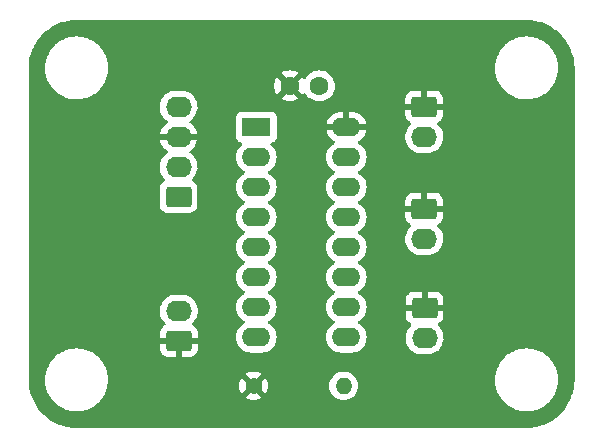
<source format=gbr>
%TF.GenerationSoftware,KiCad,Pcbnew,(6.0.1)*%
%TF.CreationDate,2022-01-30T10:27:47+01:00*%
%TF.ProjectId,4led,346c6564-2e6b-4696-9361-645f70636258,rev?*%
%TF.SameCoordinates,Original*%
%TF.FileFunction,Copper,L2,Bot*%
%TF.FilePolarity,Positive*%
%FSLAX46Y46*%
G04 Gerber Fmt 4.6, Leading zero omitted, Abs format (unit mm)*
G04 Created by KiCad (PCBNEW (6.0.1)) date 2022-01-30 10:27:47*
%MOMM*%
%LPD*%
G01*
G04 APERTURE LIST*
G04 Aperture macros list*
%AMRoundRect*
0 Rectangle with rounded corners*
0 $1 Rounding radius*
0 $2 $3 $4 $5 $6 $7 $8 $9 X,Y pos of 4 corners*
0 Add a 4 corners polygon primitive as box body*
4,1,4,$2,$3,$4,$5,$6,$7,$8,$9,$2,$3,0*
0 Add four circle primitives for the rounded corners*
1,1,$1+$1,$2,$3*
1,1,$1+$1,$4,$5*
1,1,$1+$1,$6,$7*
1,1,$1+$1,$8,$9*
0 Add four rect primitives between the rounded corners*
20,1,$1+$1,$2,$3,$4,$5,0*
20,1,$1+$1,$4,$5,$6,$7,0*
20,1,$1+$1,$6,$7,$8,$9,0*
20,1,$1+$1,$8,$9,$2,$3,0*%
G04 Aperture macros list end*
%TA.AperFunction,ComponentPad*%
%ADD10C,1.400000*%
%TD*%
%TA.AperFunction,ComponentPad*%
%ADD11O,1.400000X1.400000*%
%TD*%
%TA.AperFunction,ComponentPad*%
%ADD12RoundRect,0.250000X-0.845000X0.620000X-0.845000X-0.620000X0.845000X-0.620000X0.845000X0.620000X0*%
%TD*%
%TA.AperFunction,ComponentPad*%
%ADD13O,2.190000X1.740000*%
%TD*%
%TA.AperFunction,ComponentPad*%
%ADD14C,1.600000*%
%TD*%
%TA.AperFunction,ComponentPad*%
%ADD15RoundRect,0.250000X0.845000X-0.620000X0.845000X0.620000X-0.845000X0.620000X-0.845000X-0.620000X0*%
%TD*%
%TA.AperFunction,ComponentPad*%
%ADD16R,2.400000X1.600000*%
%TD*%
%TA.AperFunction,ComponentPad*%
%ADD17O,2.400000X1.600000*%
%TD*%
G04 APERTURE END LIST*
D10*
%TO.P,R1,1*%
%TO.N,+5V*%
X85598000Y-78232000D03*
D11*
%TO.P,R1,2*%
%TO.N,Net-(R1-Pad2)*%
X93218000Y-78232000D03*
%TD*%
D12*
%TO.P,J2,1,Pin_1*%
%TO.N,+5V*%
X100056000Y-54610000D03*
D13*
%TO.P,J2,2,Pin_2*%
%TO.N,Net-(J2-Pad2)*%
X100056000Y-57150000D03*
%TD*%
D14*
%TO.P,C1,1*%
%TO.N,+5V*%
X88666000Y-52832000D03*
%TO.P,C1,2*%
%TO.N,GND*%
X91166000Y-52832000D03*
%TD*%
D15*
%TO.P,J5,1,Pin_1*%
%TO.N,+5V*%
X79267990Y-74422000D03*
D13*
%TO.P,J5,2,Pin_2*%
%TO.N,Net-(J5-Pad2)*%
X79267990Y-71882000D03*
%TD*%
D12*
%TO.P,J4,1,Pin_1*%
%TO.N,+5V*%
X100076000Y-71628000D03*
D13*
%TO.P,J4,2,Pin_2*%
%TO.N,Net-(J4-Pad2)*%
X100076000Y-74168000D03*
%TD*%
D12*
%TO.P,J3,1,Pin_1*%
%TO.N,+5V*%
X100056000Y-63246000D03*
D13*
%TO.P,J3,2,Pin_2*%
%TO.N,Net-(J3-Pad2)*%
X100056000Y-65786000D03*
%TD*%
D15*
%TO.P,J1,1,Pin_1*%
%TO.N,GND*%
X79248000Y-62230000D03*
D13*
%TO.P,J1,2,Pin_2*%
%TO.N,Net-(J1-Pad2)*%
X79248000Y-59690000D03*
%TO.P,J1,3,Pin_3*%
%TO.N,+5V*%
X79248000Y-57150000D03*
%TO.P,J1,4,Pin_4*%
%TO.N,Net-(J1-Pad4)*%
X79248000Y-54610000D03*
%TD*%
D16*
%TO.P,U1,1,STR*%
%TO.N,Net-(J1-Pad2)*%
X85842000Y-56324000D03*
D17*
%TO.P,U1,2,D*%
%TO.N,Net-(J1-Pad4)*%
X85842000Y-58864000D03*
%TO.P,U1,3,CP*%
%TO.N,Net-(J1-Pad2)*%
X85842000Y-61404000D03*
%TO.P,U1,4,QP0*%
%TO.N,Net-(J2-Pad2)*%
X85842000Y-63944000D03*
%TO.P,U1,5,QP1*%
%TO.N,Net-(J3-Pad2)*%
X85842000Y-66484000D03*
%TO.P,U1,6,QP2*%
%TO.N,Net-(J4-Pad2)*%
X85842000Y-69024000D03*
%TO.P,U1,7,QP3*%
%TO.N,Net-(J5-Pad2)*%
X85842000Y-71564000D03*
%TO.P,U1,8,GND*%
%TO.N,GND*%
X85842000Y-74104000D03*
%TO.P,U1,9,QS1*%
%TO.N,unconnected-(U1-Pad9)*%
X93462000Y-74104000D03*
%TO.P,U1,10,QS2*%
%TO.N,unconnected-(U1-Pad10)*%
X93462000Y-71564000D03*
%TO.P,U1,11,QP7*%
%TO.N,unconnected-(U1-Pad11)*%
X93462000Y-69024000D03*
%TO.P,U1,12,QP6*%
%TO.N,unconnected-(U1-Pad12)*%
X93462000Y-66484000D03*
%TO.P,U1,13,QP5*%
%TO.N,unconnected-(U1-Pad13)*%
X93462000Y-63944000D03*
%TO.P,U1,14,QP4*%
%TO.N,unconnected-(U1-Pad14)*%
X93462000Y-61404000D03*
%TO.P,U1,15,OE*%
%TO.N,Net-(R1-Pad2)*%
X93462000Y-58864000D03*
%TO.P,U1,16,VCC*%
%TO.N,+5V*%
X93462000Y-56324000D03*
%TD*%
%TA.AperFunction,Conductor*%
%TO.N,+5V*%
G36*
X108682057Y-47245500D02*
G01*
X108696858Y-47247805D01*
X108696861Y-47247805D01*
X108705730Y-47249186D01*
X108725626Y-47246584D01*
X108747784Y-47245654D01*
X109081160Y-47261067D01*
X109092749Y-47262141D01*
X109452994Y-47312393D01*
X109464434Y-47314532D01*
X109818504Y-47397809D01*
X109829681Y-47400989D01*
X110002126Y-47458787D01*
X110174562Y-47516582D01*
X110185414Y-47520786D01*
X110518155Y-47667706D01*
X110528560Y-47672886D01*
X110846343Y-47849890D01*
X110856220Y-47856006D01*
X111156301Y-48061566D01*
X111165589Y-48068580D01*
X111445424Y-48300952D01*
X111454024Y-48308793D01*
X111711207Y-48565976D01*
X111719048Y-48574576D01*
X111951420Y-48854411D01*
X111958434Y-48863699D01*
X112163994Y-49163780D01*
X112170110Y-49173657D01*
X112347114Y-49491440D01*
X112352294Y-49501845D01*
X112499214Y-49834586D01*
X112503418Y-49845438D01*
X112589510Y-50102299D01*
X112619008Y-50190310D01*
X112622193Y-50201504D01*
X112705468Y-50555566D01*
X112707607Y-50567006D01*
X112757859Y-50927251D01*
X112758933Y-50938840D01*
X112774003Y-51264816D01*
X112772638Y-51290015D01*
X112770814Y-51301730D01*
X112771978Y-51310632D01*
X112771978Y-51310635D01*
X112774936Y-51333251D01*
X112776000Y-51349589D01*
X112776000Y-77674672D01*
X112774500Y-77694056D01*
X112770814Y-77717730D01*
X112772454Y-77730270D01*
X112773416Y-77737626D01*
X112774346Y-77759784D01*
X112758933Y-78093160D01*
X112757859Y-78104749D01*
X112707607Y-78464994D01*
X112705468Y-78476434D01*
X112676220Y-78600790D01*
X112622193Y-78830496D01*
X112619011Y-78841681D01*
X112588328Y-78933227D01*
X112503418Y-79186562D01*
X112499214Y-79197414D01*
X112352294Y-79530155D01*
X112347114Y-79540560D01*
X112170110Y-79858343D01*
X112163994Y-79868220D01*
X111958434Y-80168301D01*
X111951420Y-80177589D01*
X111719048Y-80457424D01*
X111711207Y-80466024D01*
X111454024Y-80723207D01*
X111445424Y-80731048D01*
X111165589Y-80963420D01*
X111156301Y-80970434D01*
X110856220Y-81175994D01*
X110846343Y-81182110D01*
X110528560Y-81359114D01*
X110518155Y-81364294D01*
X110185414Y-81511214D01*
X110174562Y-81515418D01*
X110002126Y-81573213D01*
X109829681Y-81631011D01*
X109818504Y-81634191D01*
X109467981Y-81716634D01*
X109464434Y-81717468D01*
X109452994Y-81719607D01*
X109092749Y-81769859D01*
X109081161Y-81770933D01*
X109058742Y-81771969D01*
X108755184Y-81786003D01*
X108729985Y-81784638D01*
X108727142Y-81784195D01*
X108727140Y-81784195D01*
X108718270Y-81782814D01*
X108709368Y-81783978D01*
X108709365Y-81783978D01*
X108686749Y-81786936D01*
X108670411Y-81788000D01*
X70661328Y-81788000D01*
X70641943Y-81786500D01*
X70627142Y-81784195D01*
X70627139Y-81784195D01*
X70618270Y-81782814D01*
X70599105Y-81785320D01*
X70598374Y-81785416D01*
X70576216Y-81786346D01*
X70242840Y-81770933D01*
X70231251Y-81769859D01*
X69871006Y-81719607D01*
X69859566Y-81717468D01*
X69856019Y-81716634D01*
X69505496Y-81634191D01*
X69494319Y-81631011D01*
X69321874Y-81573213D01*
X69149438Y-81515418D01*
X69138586Y-81511214D01*
X68805845Y-81364294D01*
X68795440Y-81359114D01*
X68477657Y-81182110D01*
X68467780Y-81175994D01*
X68167699Y-80970434D01*
X68158411Y-80963420D01*
X67878576Y-80731048D01*
X67869976Y-80723207D01*
X67612793Y-80466024D01*
X67604952Y-80457424D01*
X67372580Y-80177589D01*
X67365566Y-80168301D01*
X67160006Y-79868220D01*
X67153890Y-79858343D01*
X66976886Y-79540560D01*
X66971706Y-79530155D01*
X66824786Y-79197414D01*
X66820582Y-79186562D01*
X66735672Y-78933227D01*
X66704989Y-78841681D01*
X66701807Y-78830496D01*
X66647781Y-78600790D01*
X66618532Y-78476434D01*
X66616393Y-78464994D01*
X66566141Y-78104749D01*
X66565067Y-78093160D01*
X66550150Y-77770485D01*
X67948854Y-77770485D01*
X67949156Y-77774320D01*
X67967108Y-78002417D01*
X67974370Y-78094695D01*
X68039206Y-78413378D01*
X68142398Y-78721784D01*
X68282405Y-79015316D01*
X68457141Y-79289597D01*
X68459584Y-79292560D01*
X68459585Y-79292562D01*
X68659832Y-79535480D01*
X68664001Y-79540538D01*
X68899902Y-79764399D01*
X69161326Y-79957843D01*
X69302851Y-80037914D01*
X69441019Y-80116086D01*
X69441023Y-80116088D01*
X69444376Y-80117985D01*
X69744832Y-80242438D01*
X69848288Y-80271129D01*
X70054500Y-80328317D01*
X70054508Y-80328319D01*
X70058216Y-80329347D01*
X70379856Y-80377416D01*
X70383154Y-80377560D01*
X70494918Y-80382440D01*
X70494922Y-80382440D01*
X70496294Y-80382500D01*
X70694598Y-80382500D01*
X70936605Y-80367698D01*
X70940388Y-80366997D01*
X70940395Y-80366996D01*
X71140459Y-80329916D01*
X71256372Y-80308433D01*
X71465682Y-80242438D01*
X71562860Y-80211798D01*
X71562863Y-80211797D01*
X71566532Y-80210640D01*
X71570029Y-80209046D01*
X71570035Y-80209044D01*
X71858954Y-80077376D01*
X71858958Y-80077374D01*
X71862462Y-80075777D01*
X72139751Y-79905854D01*
X72142755Y-79903464D01*
X72142760Y-79903461D01*
X72267008Y-79804629D01*
X72394264Y-79703405D01*
X72396958Y-79700664D01*
X72396962Y-79700660D01*
X72619513Y-79474190D01*
X72619517Y-79474185D01*
X72622208Y-79471447D01*
X72795000Y-79246261D01*
X84948294Y-79246261D01*
X84957590Y-79258276D01*
X84987189Y-79279001D01*
X84996677Y-79284479D01*
X85178277Y-79369159D01*
X85188571Y-79372907D01*
X85382122Y-79424769D01*
X85392909Y-79426671D01*
X85592525Y-79444135D01*
X85603475Y-79444135D01*
X85803091Y-79426671D01*
X85813878Y-79424769D01*
X86007429Y-79372907D01*
X86017723Y-79369159D01*
X86199323Y-79284479D01*
X86208811Y-79279001D01*
X86239248Y-79257689D01*
X86247623Y-79247212D01*
X86240554Y-79233764D01*
X85610812Y-78604022D01*
X85596868Y-78596408D01*
X85595035Y-78596539D01*
X85588420Y-78600790D01*
X84954724Y-79234486D01*
X84948294Y-79246261D01*
X72795000Y-79246261D01*
X72820185Y-79213439D01*
X72985242Y-78933227D01*
X73114920Y-78634988D01*
X73207285Y-78323169D01*
X73221625Y-78237475D01*
X84385865Y-78237475D01*
X84403329Y-78437091D01*
X84405231Y-78447878D01*
X84457093Y-78641429D01*
X84460841Y-78651723D01*
X84545521Y-78833323D01*
X84550999Y-78842811D01*
X84572311Y-78873248D01*
X84582788Y-78881623D01*
X84596236Y-78874554D01*
X85225978Y-78244812D01*
X85232356Y-78233132D01*
X85962408Y-78233132D01*
X85962539Y-78234965D01*
X85966790Y-78241580D01*
X86600486Y-78875276D01*
X86612261Y-78881706D01*
X86624276Y-78872410D01*
X86645001Y-78842811D01*
X86650479Y-78833323D01*
X86735159Y-78651723D01*
X86738907Y-78641429D01*
X86790769Y-78447878D01*
X86792671Y-78437091D01*
X86810135Y-78237475D01*
X86810135Y-78232000D01*
X92004884Y-78232000D01*
X92023314Y-78442655D01*
X92024738Y-78447968D01*
X92024738Y-78447970D01*
X92074850Y-78634988D01*
X92078044Y-78646910D01*
X92080366Y-78651891D01*
X92080367Y-78651892D01*
X92163652Y-78830496D01*
X92167411Y-78838558D01*
X92288699Y-79011776D01*
X92438224Y-79161301D01*
X92611442Y-79282589D01*
X92616420Y-79284910D01*
X92616423Y-79284912D01*
X92797092Y-79369159D01*
X92803090Y-79371956D01*
X92808398Y-79373378D01*
X92808400Y-79373379D01*
X93002030Y-79425262D01*
X93002032Y-79425262D01*
X93007345Y-79426686D01*
X93218000Y-79445116D01*
X93428655Y-79426686D01*
X93433968Y-79425262D01*
X93433970Y-79425262D01*
X93627600Y-79373379D01*
X93627602Y-79373378D01*
X93632910Y-79371956D01*
X93638908Y-79369159D01*
X93819577Y-79284912D01*
X93819580Y-79284910D01*
X93824558Y-79282589D01*
X93997776Y-79161301D01*
X94147301Y-79011776D01*
X94268589Y-78838558D01*
X94272349Y-78830496D01*
X94355633Y-78651892D01*
X94355634Y-78651891D01*
X94357956Y-78646910D01*
X94361151Y-78634988D01*
X94411262Y-78447970D01*
X94411262Y-78447968D01*
X94412686Y-78442655D01*
X94431116Y-78232000D01*
X94412686Y-78021345D01*
X94411262Y-78016030D01*
X94359379Y-77822400D01*
X94359378Y-77822398D01*
X94357956Y-77817090D01*
X94336224Y-77770485D01*
X106048854Y-77770485D01*
X106049156Y-77774320D01*
X106067108Y-78002417D01*
X106074370Y-78094695D01*
X106139206Y-78413378D01*
X106242398Y-78721784D01*
X106382405Y-79015316D01*
X106557141Y-79289597D01*
X106559584Y-79292560D01*
X106559585Y-79292562D01*
X106759832Y-79535480D01*
X106764001Y-79540538D01*
X106999902Y-79764399D01*
X107261326Y-79957843D01*
X107402851Y-80037914D01*
X107541019Y-80116086D01*
X107541023Y-80116088D01*
X107544376Y-80117985D01*
X107844832Y-80242438D01*
X107948288Y-80271129D01*
X108154500Y-80328317D01*
X108154508Y-80328319D01*
X108158216Y-80329347D01*
X108479856Y-80377416D01*
X108483154Y-80377560D01*
X108594918Y-80382440D01*
X108594922Y-80382440D01*
X108596294Y-80382500D01*
X108794598Y-80382500D01*
X109036605Y-80367698D01*
X109040388Y-80366997D01*
X109040395Y-80366996D01*
X109240459Y-80329916D01*
X109356372Y-80308433D01*
X109565682Y-80242438D01*
X109662860Y-80211798D01*
X109662863Y-80211797D01*
X109666532Y-80210640D01*
X109670029Y-80209046D01*
X109670035Y-80209044D01*
X109958954Y-80077376D01*
X109958958Y-80077374D01*
X109962462Y-80075777D01*
X110239751Y-79905854D01*
X110242755Y-79903464D01*
X110242760Y-79903461D01*
X110367008Y-79804629D01*
X110494264Y-79703405D01*
X110496958Y-79700664D01*
X110496962Y-79700660D01*
X110719513Y-79474190D01*
X110719517Y-79474185D01*
X110722208Y-79471447D01*
X110920185Y-79213439D01*
X111085242Y-78933227D01*
X111214920Y-78634988D01*
X111307285Y-78323169D01*
X111360961Y-78002417D01*
X111375146Y-77677515D01*
X111357415Y-77452224D01*
X111349932Y-77357140D01*
X111349932Y-77357137D01*
X111349630Y-77353305D01*
X111284794Y-77034622D01*
X111181602Y-76726216D01*
X111041595Y-76432684D01*
X110866859Y-76158403D01*
X110719470Y-75979606D01*
X110662442Y-75910425D01*
X110662438Y-75910420D01*
X110659999Y-75907462D01*
X110424098Y-75683601D01*
X110162674Y-75490157D01*
X109998979Y-75397543D01*
X109882981Y-75331914D01*
X109882977Y-75331912D01*
X109879624Y-75330015D01*
X109826874Y-75308165D01*
X109684476Y-75249182D01*
X109579168Y-75205562D01*
X109426495Y-75163222D01*
X109269500Y-75119683D01*
X109269492Y-75119681D01*
X109265784Y-75118653D01*
X108944144Y-75070584D01*
X108940846Y-75070440D01*
X108829082Y-75065560D01*
X108829078Y-75065560D01*
X108827706Y-75065500D01*
X108629402Y-75065500D01*
X108387395Y-75080302D01*
X108383612Y-75081003D01*
X108383605Y-75081004D01*
X108247116Y-75106301D01*
X108067628Y-75139567D01*
X107907948Y-75189914D01*
X107761140Y-75236202D01*
X107761137Y-75236203D01*
X107757468Y-75237360D01*
X107753971Y-75238954D01*
X107753965Y-75238956D01*
X107465046Y-75370624D01*
X107465042Y-75370626D01*
X107461538Y-75372223D01*
X107458259Y-75374233D01*
X107458256Y-75374234D01*
X107218417Y-75521208D01*
X107184249Y-75542146D01*
X107181245Y-75544536D01*
X107181240Y-75544539D01*
X107179982Y-75545540D01*
X106929736Y-75744595D01*
X106927042Y-75747336D01*
X106927038Y-75747340D01*
X106704487Y-75973810D01*
X106704483Y-75973815D01*
X106701792Y-75976553D01*
X106503815Y-76234561D01*
X106338758Y-76514773D01*
X106209080Y-76813012D01*
X106116715Y-77124831D01*
X106063039Y-77445583D01*
X106048854Y-77770485D01*
X94336224Y-77770485D01*
X94270912Y-77630423D01*
X94270910Y-77630420D01*
X94268589Y-77625442D01*
X94147301Y-77452224D01*
X93997776Y-77302699D01*
X93824558Y-77181411D01*
X93819580Y-77179090D01*
X93819577Y-77179088D01*
X93637892Y-77094367D01*
X93637891Y-77094366D01*
X93632910Y-77092044D01*
X93627602Y-77090622D01*
X93627600Y-77090621D01*
X93433970Y-77038738D01*
X93433968Y-77038738D01*
X93428655Y-77037314D01*
X93218000Y-77018884D01*
X93007345Y-77037314D01*
X93002032Y-77038738D01*
X93002030Y-77038738D01*
X92808400Y-77090621D01*
X92808398Y-77090622D01*
X92803090Y-77092044D01*
X92798109Y-77094366D01*
X92798108Y-77094367D01*
X92616423Y-77179088D01*
X92616420Y-77179090D01*
X92611442Y-77181411D01*
X92438224Y-77302699D01*
X92288699Y-77452224D01*
X92167411Y-77625442D01*
X92165090Y-77630420D01*
X92165088Y-77630423D01*
X92099776Y-77770485D01*
X92078044Y-77817090D01*
X92076622Y-77822398D01*
X92076621Y-77822400D01*
X92024738Y-78016030D01*
X92023314Y-78021345D01*
X92004884Y-78232000D01*
X86810135Y-78232000D01*
X86810135Y-78226525D01*
X86792671Y-78026909D01*
X86790769Y-78016122D01*
X86738907Y-77822571D01*
X86735159Y-77812277D01*
X86650479Y-77630677D01*
X86645001Y-77621189D01*
X86623689Y-77590752D01*
X86613212Y-77582377D01*
X86599764Y-77589446D01*
X85970022Y-78219188D01*
X85962408Y-78233132D01*
X85232356Y-78233132D01*
X85233592Y-78230868D01*
X85233461Y-78229035D01*
X85229210Y-78222420D01*
X84595514Y-77588724D01*
X84583739Y-77582294D01*
X84571724Y-77591590D01*
X84550999Y-77621189D01*
X84545521Y-77630677D01*
X84460841Y-77812277D01*
X84457093Y-77822571D01*
X84405231Y-78016122D01*
X84403329Y-78026909D01*
X84385865Y-78226525D01*
X84385865Y-78237475D01*
X73221625Y-78237475D01*
X73260961Y-78002417D01*
X73275146Y-77677515D01*
X73257415Y-77452224D01*
X73249932Y-77357140D01*
X73249932Y-77357137D01*
X73249630Y-77353305D01*
X73221856Y-77216788D01*
X84948377Y-77216788D01*
X84955446Y-77230236D01*
X85585188Y-77859978D01*
X85599132Y-77867592D01*
X85600965Y-77867461D01*
X85607580Y-77863210D01*
X86241276Y-77229514D01*
X86247706Y-77217739D01*
X86238410Y-77205724D01*
X86208811Y-77184999D01*
X86199323Y-77179521D01*
X86017723Y-77094841D01*
X86007429Y-77091093D01*
X85813878Y-77039231D01*
X85803091Y-77037329D01*
X85603475Y-77019865D01*
X85592525Y-77019865D01*
X85392909Y-77037329D01*
X85382122Y-77039231D01*
X85188571Y-77091093D01*
X85178277Y-77094841D01*
X84996677Y-77179521D01*
X84987189Y-77184999D01*
X84956752Y-77206311D01*
X84948377Y-77216788D01*
X73221856Y-77216788D01*
X73184794Y-77034622D01*
X73081602Y-76726216D01*
X72941595Y-76432684D01*
X72766859Y-76158403D01*
X72619470Y-75979606D01*
X72562442Y-75910425D01*
X72562438Y-75910420D01*
X72559999Y-75907462D01*
X72324098Y-75683601D01*
X72062674Y-75490157D01*
X71898979Y-75397543D01*
X71782981Y-75331914D01*
X71782977Y-75331912D01*
X71779624Y-75330015D01*
X71726874Y-75308165D01*
X71584476Y-75249182D01*
X71479168Y-75205562D01*
X71326495Y-75163222D01*
X71169500Y-75119683D01*
X71169492Y-75119681D01*
X71165784Y-75118653D01*
X70968005Y-75089095D01*
X77664991Y-75089095D01*
X77665328Y-75095614D01*
X77675247Y-75191206D01*
X77678139Y-75204600D01*
X77729578Y-75358784D01*
X77735751Y-75371962D01*
X77821053Y-75509807D01*
X77830089Y-75521208D01*
X77944819Y-75635739D01*
X77956230Y-75644751D01*
X78094233Y-75729816D01*
X78107414Y-75735963D01*
X78261700Y-75787138D01*
X78275076Y-75790005D01*
X78369428Y-75799672D01*
X78375844Y-75800000D01*
X78995875Y-75800000D01*
X79011114Y-75795525D01*
X79012319Y-75794135D01*
X79013990Y-75786452D01*
X79013990Y-75781884D01*
X79521990Y-75781884D01*
X79526465Y-75797123D01*
X79527855Y-75798328D01*
X79535538Y-75799999D01*
X80160085Y-75799999D01*
X80166604Y-75799662D01*
X80262196Y-75789743D01*
X80275590Y-75786851D01*
X80429774Y-75735412D01*
X80442952Y-75729239D01*
X80580797Y-75643937D01*
X80592198Y-75634901D01*
X80706729Y-75520171D01*
X80715741Y-75508760D01*
X80800806Y-75370757D01*
X80806953Y-75357576D01*
X80858128Y-75203290D01*
X80860995Y-75189914D01*
X80870662Y-75095562D01*
X80870990Y-75089146D01*
X80870990Y-74694115D01*
X80866515Y-74678876D01*
X80865125Y-74677671D01*
X80857442Y-74676000D01*
X79540105Y-74676000D01*
X79524866Y-74680475D01*
X79523661Y-74681865D01*
X79521990Y-74689548D01*
X79521990Y-75781884D01*
X79013990Y-75781884D01*
X79013990Y-74694115D01*
X79009515Y-74678876D01*
X79008125Y-74677671D01*
X79000442Y-74676000D01*
X77683106Y-74676000D01*
X77667867Y-74680475D01*
X77666662Y-74681865D01*
X77664991Y-74689548D01*
X77664991Y-75089095D01*
X70968005Y-75089095D01*
X70844144Y-75070584D01*
X70840846Y-75070440D01*
X70729082Y-75065560D01*
X70729078Y-75065560D01*
X70727706Y-75065500D01*
X70529402Y-75065500D01*
X70287395Y-75080302D01*
X70283612Y-75081003D01*
X70283605Y-75081004D01*
X70147116Y-75106301D01*
X69967628Y-75139567D01*
X69807948Y-75189914D01*
X69661140Y-75236202D01*
X69661137Y-75236203D01*
X69657468Y-75237360D01*
X69653971Y-75238954D01*
X69653965Y-75238956D01*
X69365046Y-75370624D01*
X69365042Y-75370626D01*
X69361538Y-75372223D01*
X69358259Y-75374233D01*
X69358256Y-75374234D01*
X69118417Y-75521208D01*
X69084249Y-75542146D01*
X69081245Y-75544536D01*
X69081240Y-75544539D01*
X69079982Y-75545540D01*
X68829736Y-75744595D01*
X68827042Y-75747336D01*
X68827038Y-75747340D01*
X68604487Y-75973810D01*
X68604483Y-75973815D01*
X68601792Y-75976553D01*
X68403815Y-76234561D01*
X68238758Y-76514773D01*
X68109080Y-76813012D01*
X68016715Y-77124831D01*
X67963039Y-77445583D01*
X67948854Y-77770485D01*
X66550150Y-77770485D01*
X66549997Y-77767184D01*
X66551362Y-77741985D01*
X66551805Y-77739142D01*
X66551805Y-77739140D01*
X66553186Y-77730270D01*
X66551547Y-77717730D01*
X66549064Y-77698749D01*
X66548000Y-77682411D01*
X66548000Y-71816829D01*
X77661042Y-71816829D01*
X77661242Y-71822158D01*
X77661242Y-71822160D01*
X77663709Y-71887865D01*
X77669818Y-72050604D01*
X77717858Y-72279559D01*
X77803787Y-72497146D01*
X77925149Y-72697144D01*
X78078473Y-72873834D01*
X78082605Y-72877222D01*
X78116191Y-72904761D01*
X78156186Y-72963421D01*
X78158117Y-73034391D01*
X78121373Y-73095139D01*
X78098833Y-73110220D01*
X78099258Y-73110906D01*
X77955183Y-73200063D01*
X77943782Y-73209099D01*
X77829251Y-73323829D01*
X77820239Y-73335240D01*
X77735174Y-73473243D01*
X77729027Y-73486424D01*
X77677852Y-73640710D01*
X77674985Y-73654086D01*
X77665318Y-73748438D01*
X77664990Y-73754855D01*
X77664990Y-74149885D01*
X77669465Y-74165124D01*
X77670855Y-74166329D01*
X77678538Y-74168000D01*
X80852874Y-74168000D01*
X80868113Y-74163525D01*
X80869318Y-74162135D01*
X80870989Y-74154452D01*
X80870989Y-74104000D01*
X84128502Y-74104000D01*
X84148457Y-74332087D01*
X84149881Y-74337400D01*
X84149881Y-74337402D01*
X84182677Y-74459795D01*
X84207716Y-74553243D01*
X84210039Y-74558224D01*
X84210039Y-74558225D01*
X84302151Y-74755762D01*
X84302154Y-74755767D01*
X84304477Y-74760749D01*
X84435802Y-74948300D01*
X84597700Y-75110198D01*
X84602208Y-75113355D01*
X84602211Y-75113357D01*
X84668587Y-75159834D01*
X84785251Y-75241523D01*
X84790233Y-75243846D01*
X84790238Y-75243849D01*
X84975024Y-75330015D01*
X84992757Y-75338284D01*
X84998065Y-75339706D01*
X84998067Y-75339707D01*
X85208598Y-75396119D01*
X85208600Y-75396119D01*
X85213913Y-75397543D01*
X85313480Y-75406254D01*
X85382149Y-75412262D01*
X85382156Y-75412262D01*
X85384873Y-75412500D01*
X86299127Y-75412500D01*
X86301844Y-75412262D01*
X86301851Y-75412262D01*
X86370520Y-75406254D01*
X86470087Y-75397543D01*
X86475400Y-75396119D01*
X86475402Y-75396119D01*
X86685933Y-75339707D01*
X86685935Y-75339706D01*
X86691243Y-75338284D01*
X86708976Y-75330015D01*
X86893762Y-75243849D01*
X86893767Y-75243846D01*
X86898749Y-75241523D01*
X87015413Y-75159834D01*
X87081789Y-75113357D01*
X87081792Y-75113355D01*
X87086300Y-75110198D01*
X87248198Y-74948300D01*
X87379523Y-74760749D01*
X87381846Y-74755767D01*
X87381849Y-74755762D01*
X87473961Y-74558225D01*
X87473961Y-74558224D01*
X87476284Y-74553243D01*
X87501324Y-74459795D01*
X87534119Y-74337402D01*
X87534119Y-74337400D01*
X87535543Y-74332087D01*
X87555498Y-74104000D01*
X91748502Y-74104000D01*
X91768457Y-74332087D01*
X91769881Y-74337400D01*
X91769881Y-74337402D01*
X91802677Y-74459795D01*
X91827716Y-74553243D01*
X91830039Y-74558224D01*
X91830039Y-74558225D01*
X91922151Y-74755762D01*
X91922154Y-74755767D01*
X91924477Y-74760749D01*
X92055802Y-74948300D01*
X92217700Y-75110198D01*
X92222208Y-75113355D01*
X92222211Y-75113357D01*
X92288587Y-75159834D01*
X92405251Y-75241523D01*
X92410233Y-75243846D01*
X92410238Y-75243849D01*
X92595024Y-75330015D01*
X92612757Y-75338284D01*
X92618065Y-75339706D01*
X92618067Y-75339707D01*
X92828598Y-75396119D01*
X92828600Y-75396119D01*
X92833913Y-75397543D01*
X92933480Y-75406254D01*
X93002149Y-75412262D01*
X93002156Y-75412262D01*
X93004873Y-75412500D01*
X93919127Y-75412500D01*
X93921844Y-75412262D01*
X93921851Y-75412262D01*
X93990520Y-75406254D01*
X94090087Y-75397543D01*
X94095400Y-75396119D01*
X94095402Y-75396119D01*
X94305933Y-75339707D01*
X94305935Y-75339706D01*
X94311243Y-75338284D01*
X94328976Y-75330015D01*
X94513762Y-75243849D01*
X94513767Y-75243846D01*
X94518749Y-75241523D01*
X94635413Y-75159834D01*
X94701789Y-75113357D01*
X94701792Y-75113355D01*
X94706300Y-75110198D01*
X94868198Y-74948300D01*
X94999523Y-74760749D01*
X95001846Y-74755767D01*
X95001849Y-74755762D01*
X95093961Y-74558225D01*
X95093961Y-74558224D01*
X95096284Y-74553243D01*
X95121324Y-74459795D01*
X95154119Y-74337402D01*
X95154119Y-74337400D01*
X95155543Y-74332087D01*
X95175498Y-74104000D01*
X95175396Y-74102829D01*
X98469052Y-74102829D01*
X98469252Y-74108158D01*
X98469252Y-74108160D01*
X98473440Y-74219717D01*
X98477828Y-74336604D01*
X98478923Y-74341822D01*
X98522170Y-74547933D01*
X98525868Y-74565559D01*
X98611797Y-74783146D01*
X98733159Y-74983144D01*
X98886483Y-75159834D01*
X99067386Y-75308165D01*
X99177110Y-75370624D01*
X99224400Y-75397543D01*
X99270695Y-75423896D01*
X99490596Y-75503716D01*
X99495845Y-75504665D01*
X99495848Y-75504666D01*
X99577040Y-75519348D01*
X99720803Y-75545344D01*
X99724942Y-75545539D01*
X99724949Y-75545540D01*
X99743828Y-75546430D01*
X99743835Y-75546430D01*
X99745316Y-75546500D01*
X100359738Y-75546500D01*
X100434728Y-75540137D01*
X100528791Y-75532156D01*
X100528795Y-75532155D01*
X100534102Y-75531705D01*
X100539259Y-75530367D01*
X100539262Y-75530366D01*
X100755371Y-75474275D01*
X100755375Y-75474274D01*
X100760540Y-75472933D01*
X100765406Y-75470741D01*
X100765409Y-75470740D01*
X100968964Y-75379045D01*
X100973837Y-75376850D01*
X100981098Y-75371962D01*
X101080885Y-75304781D01*
X101167896Y-75246202D01*
X101176111Y-75238366D01*
X101258433Y-75159834D01*
X101337168Y-75084724D01*
X101347689Y-75070584D01*
X101397036Y-75004259D01*
X101476813Y-74897035D01*
X101532398Y-74787709D01*
X101580420Y-74693256D01*
X101580420Y-74693255D01*
X101582838Y-74688500D01*
X101652210Y-74465083D01*
X101669838Y-74332087D01*
X101682248Y-74238455D01*
X101682248Y-74238451D01*
X101682948Y-74233171D01*
X101680502Y-74168000D01*
X101674372Y-74004727D01*
X101674172Y-73999396D01*
X101648324Y-73876205D01*
X101627229Y-73775668D01*
X101627228Y-73775665D01*
X101626132Y-73770441D01*
X101540203Y-73552854D01*
X101479148Y-73452238D01*
X101421609Y-73357417D01*
X101421607Y-73357414D01*
X101418841Y-73352856D01*
X101265517Y-73176166D01*
X101227799Y-73145239D01*
X101187804Y-73086579D01*
X101185873Y-73015609D01*
X101222617Y-72954861D01*
X101245157Y-72939780D01*
X101244732Y-72939094D01*
X101388807Y-72849937D01*
X101400208Y-72840901D01*
X101514739Y-72726171D01*
X101523751Y-72714760D01*
X101608816Y-72576757D01*
X101614963Y-72563576D01*
X101666138Y-72409290D01*
X101669005Y-72395914D01*
X101678672Y-72301562D01*
X101679000Y-72295146D01*
X101679000Y-71900115D01*
X101674525Y-71884876D01*
X101673135Y-71883671D01*
X101665452Y-71882000D01*
X98491116Y-71882000D01*
X98475877Y-71886475D01*
X98474672Y-71887865D01*
X98473001Y-71895548D01*
X98473001Y-72295095D01*
X98473338Y-72301614D01*
X98483257Y-72397206D01*
X98486149Y-72410600D01*
X98537588Y-72564784D01*
X98543761Y-72577962D01*
X98629063Y-72715807D01*
X98638099Y-72727208D01*
X98752829Y-72841739D01*
X98764240Y-72850751D01*
X98908475Y-72939658D01*
X98907183Y-72941755D01*
X98951692Y-72980956D01*
X98971144Y-73049236D01*
X98950593Y-73117193D01*
X98932122Y-73139386D01*
X98814832Y-73251276D01*
X98675187Y-73438965D01*
X98672771Y-73443716D01*
X98672769Y-73443720D01*
X98614756Y-73557823D01*
X98569162Y-73647500D01*
X98499790Y-73870917D01*
X98499089Y-73876204D01*
X98499089Y-73876205D01*
X98482055Y-74004727D01*
X98469052Y-74102829D01*
X95175396Y-74102829D01*
X95155543Y-73875913D01*
X95154119Y-73870598D01*
X95097707Y-73660067D01*
X95097706Y-73660065D01*
X95096284Y-73654757D01*
X95089123Y-73639400D01*
X95001849Y-73452238D01*
X95001846Y-73452233D01*
X94999523Y-73447251D01*
X94868198Y-73259700D01*
X94706300Y-73097802D01*
X94701792Y-73094645D01*
X94701789Y-73094643D01*
X94598279Y-73022165D01*
X94518749Y-72966477D01*
X94513767Y-72964154D01*
X94513762Y-72964151D01*
X94479543Y-72948195D01*
X94426258Y-72901278D01*
X94406797Y-72833001D01*
X94427339Y-72765041D01*
X94479543Y-72719805D01*
X94513762Y-72703849D01*
X94513767Y-72703846D01*
X94518749Y-72701523D01*
X94696933Y-72576757D01*
X94701789Y-72573357D01*
X94701792Y-72573355D01*
X94706300Y-72570198D01*
X94868198Y-72408300D01*
X94872260Y-72402500D01*
X94926098Y-72325611D01*
X94999523Y-72220749D01*
X95001846Y-72215767D01*
X95001849Y-72215762D01*
X95093961Y-72018225D01*
X95093961Y-72018224D01*
X95096284Y-72013243D01*
X95148914Y-71816829D01*
X95154119Y-71797402D01*
X95154119Y-71797400D01*
X95155543Y-71792087D01*
X95175498Y-71564000D01*
X95157290Y-71355885D01*
X98473000Y-71355885D01*
X98477475Y-71371124D01*
X98478865Y-71372329D01*
X98486548Y-71374000D01*
X99803885Y-71374000D01*
X99819124Y-71369525D01*
X99820329Y-71368135D01*
X99822000Y-71360452D01*
X99822000Y-71355885D01*
X100330000Y-71355885D01*
X100334475Y-71371124D01*
X100335865Y-71372329D01*
X100343548Y-71374000D01*
X101660884Y-71374000D01*
X101676123Y-71369525D01*
X101677328Y-71368135D01*
X101678999Y-71360452D01*
X101678999Y-70960905D01*
X101678662Y-70954386D01*
X101668743Y-70858794D01*
X101665851Y-70845400D01*
X101614412Y-70691216D01*
X101608239Y-70678038D01*
X101522937Y-70540193D01*
X101513901Y-70528792D01*
X101399171Y-70414261D01*
X101387760Y-70405249D01*
X101249757Y-70320184D01*
X101236576Y-70314037D01*
X101082290Y-70262862D01*
X101068914Y-70259995D01*
X100974562Y-70250328D01*
X100968145Y-70250000D01*
X100348115Y-70250000D01*
X100332876Y-70254475D01*
X100331671Y-70255865D01*
X100330000Y-70263548D01*
X100330000Y-71355885D01*
X99822000Y-71355885D01*
X99822000Y-70268116D01*
X99817525Y-70252877D01*
X99816135Y-70251672D01*
X99808452Y-70250001D01*
X99183905Y-70250001D01*
X99177386Y-70250338D01*
X99081794Y-70260257D01*
X99068400Y-70263149D01*
X98914216Y-70314588D01*
X98901038Y-70320761D01*
X98763193Y-70406063D01*
X98751792Y-70415099D01*
X98637261Y-70529829D01*
X98628249Y-70541240D01*
X98543184Y-70679243D01*
X98537037Y-70692424D01*
X98485862Y-70846710D01*
X98482995Y-70860086D01*
X98473328Y-70954438D01*
X98473000Y-70960855D01*
X98473000Y-71355885D01*
X95157290Y-71355885D01*
X95155543Y-71335913D01*
X95096284Y-71114757D01*
X95093961Y-71109775D01*
X95001849Y-70912238D01*
X95001846Y-70912233D01*
X94999523Y-70907251D01*
X94868198Y-70719700D01*
X94706300Y-70557802D01*
X94701792Y-70554645D01*
X94701789Y-70554643D01*
X94623611Y-70499902D01*
X94518749Y-70426477D01*
X94513767Y-70424154D01*
X94513762Y-70424151D01*
X94479543Y-70408195D01*
X94426258Y-70361278D01*
X94406797Y-70293001D01*
X94427339Y-70225041D01*
X94479543Y-70179805D01*
X94513762Y-70163849D01*
X94513767Y-70163846D01*
X94518749Y-70161523D01*
X94623611Y-70088098D01*
X94701789Y-70033357D01*
X94701792Y-70033355D01*
X94706300Y-70030198D01*
X94868198Y-69868300D01*
X94999523Y-69680749D01*
X95001846Y-69675767D01*
X95001849Y-69675762D01*
X95093961Y-69478225D01*
X95093961Y-69478224D01*
X95096284Y-69473243D01*
X95155543Y-69252087D01*
X95175498Y-69024000D01*
X95155543Y-68795913D01*
X95096284Y-68574757D01*
X95093961Y-68569775D01*
X95001849Y-68372238D01*
X95001846Y-68372233D01*
X94999523Y-68367251D01*
X94868198Y-68179700D01*
X94706300Y-68017802D01*
X94701792Y-68014645D01*
X94701789Y-68014643D01*
X94623611Y-67959902D01*
X94518749Y-67886477D01*
X94513767Y-67884154D01*
X94513762Y-67884151D01*
X94479543Y-67868195D01*
X94426258Y-67821278D01*
X94406797Y-67753001D01*
X94427339Y-67685041D01*
X94479543Y-67639805D01*
X94513762Y-67623849D01*
X94513767Y-67623846D01*
X94518749Y-67621523D01*
X94623611Y-67548098D01*
X94701789Y-67493357D01*
X94701792Y-67493355D01*
X94706300Y-67490198D01*
X94868198Y-67328300D01*
X94999523Y-67140749D01*
X95001846Y-67135767D01*
X95001849Y-67135762D01*
X95093961Y-66938225D01*
X95093961Y-66938224D01*
X95096284Y-66933243D01*
X95155543Y-66712087D01*
X95175498Y-66484000D01*
X95155543Y-66255913D01*
X95154119Y-66250598D01*
X95097707Y-66040067D01*
X95097706Y-66040065D01*
X95096284Y-66034757D01*
X95093961Y-66029775D01*
X95001849Y-65832238D01*
X95001846Y-65832233D01*
X94999523Y-65827251D01*
X94925005Y-65720829D01*
X98449052Y-65720829D01*
X98457828Y-65954604D01*
X98505868Y-66183559D01*
X98591797Y-66401146D01*
X98713159Y-66601144D01*
X98866483Y-66777834D01*
X99047386Y-66926165D01*
X99250695Y-67041896D01*
X99470596Y-67121716D01*
X99475845Y-67122665D01*
X99475848Y-67122666D01*
X99548272Y-67135762D01*
X99700803Y-67163344D01*
X99704942Y-67163539D01*
X99704949Y-67163540D01*
X99723828Y-67164430D01*
X99723835Y-67164430D01*
X99725316Y-67164500D01*
X100339738Y-67164500D01*
X100407641Y-67158738D01*
X100508791Y-67150156D01*
X100508795Y-67150155D01*
X100514102Y-67149705D01*
X100519259Y-67148367D01*
X100519262Y-67148366D01*
X100735371Y-67092275D01*
X100735375Y-67092274D01*
X100740540Y-67090933D01*
X100745406Y-67088741D01*
X100745409Y-67088740D01*
X100948964Y-66997045D01*
X100953837Y-66994850D01*
X101147896Y-66864202D01*
X101317168Y-66702724D01*
X101456813Y-66515035D01*
X101469809Y-66489475D01*
X101560420Y-66311256D01*
X101560420Y-66311255D01*
X101562838Y-66306500D01*
X101632210Y-66083083D01*
X101632911Y-66077795D01*
X101662248Y-65856455D01*
X101662248Y-65856451D01*
X101662948Y-65851171D01*
X101654172Y-65617396D01*
X101606132Y-65388441D01*
X101520203Y-65170854D01*
X101398841Y-64970856D01*
X101245517Y-64794166D01*
X101207799Y-64763239D01*
X101167804Y-64704579D01*
X101165873Y-64633609D01*
X101202617Y-64572861D01*
X101225157Y-64557780D01*
X101224732Y-64557094D01*
X101368807Y-64467937D01*
X101380208Y-64458901D01*
X101494739Y-64344171D01*
X101503751Y-64332760D01*
X101588816Y-64194757D01*
X101594963Y-64181576D01*
X101646138Y-64027290D01*
X101649005Y-64013914D01*
X101658672Y-63919562D01*
X101659000Y-63913146D01*
X101659000Y-63518115D01*
X101654525Y-63502876D01*
X101653135Y-63501671D01*
X101645452Y-63500000D01*
X98471116Y-63500000D01*
X98455877Y-63504475D01*
X98454672Y-63505865D01*
X98453001Y-63513548D01*
X98453001Y-63913095D01*
X98453338Y-63919614D01*
X98463257Y-64015206D01*
X98466149Y-64028600D01*
X98517588Y-64182784D01*
X98523761Y-64195962D01*
X98609063Y-64333807D01*
X98618099Y-64345208D01*
X98732829Y-64459739D01*
X98744240Y-64468751D01*
X98888475Y-64557658D01*
X98887183Y-64559755D01*
X98931692Y-64598956D01*
X98951144Y-64667236D01*
X98930593Y-64735193D01*
X98912122Y-64757386D01*
X98794832Y-64869276D01*
X98655187Y-65056965D01*
X98652771Y-65061716D01*
X98652769Y-65061720D01*
X98594756Y-65175823D01*
X98549162Y-65265500D01*
X98479790Y-65488917D01*
X98479089Y-65494204D01*
X98479089Y-65494205D01*
X98462055Y-65622727D01*
X98449052Y-65720829D01*
X94925005Y-65720829D01*
X94868198Y-65639700D01*
X94706300Y-65477802D01*
X94701792Y-65474645D01*
X94701789Y-65474643D01*
X94623611Y-65419902D01*
X94518749Y-65346477D01*
X94513767Y-65344154D01*
X94513762Y-65344151D01*
X94479543Y-65328195D01*
X94426258Y-65281278D01*
X94406797Y-65213001D01*
X94427339Y-65145041D01*
X94479543Y-65099805D01*
X94513762Y-65083849D01*
X94513767Y-65083846D01*
X94518749Y-65081523D01*
X94670284Y-64975417D01*
X94701789Y-64953357D01*
X94701792Y-64953355D01*
X94706300Y-64950198D01*
X94868198Y-64788300D01*
X94999523Y-64600749D01*
X95001846Y-64595767D01*
X95001849Y-64595762D01*
X95093961Y-64398225D01*
X95093961Y-64398224D01*
X95096284Y-64393243D01*
X95112491Y-64332760D01*
X95154119Y-64177402D01*
X95154119Y-64177400D01*
X95155543Y-64172087D01*
X95175498Y-63944000D01*
X95155543Y-63715913D01*
X95109591Y-63544419D01*
X95097707Y-63500067D01*
X95097706Y-63500065D01*
X95096284Y-63494757D01*
X95072678Y-63444134D01*
X95001849Y-63292238D01*
X95001846Y-63292233D01*
X94999523Y-63287251D01*
X94868198Y-63099700D01*
X94742383Y-62973885D01*
X98453000Y-62973885D01*
X98457475Y-62989124D01*
X98458865Y-62990329D01*
X98466548Y-62992000D01*
X99783885Y-62992000D01*
X99799124Y-62987525D01*
X99800329Y-62986135D01*
X99802000Y-62978452D01*
X99802000Y-62973885D01*
X100310000Y-62973885D01*
X100314475Y-62989124D01*
X100315865Y-62990329D01*
X100323548Y-62992000D01*
X101640884Y-62992000D01*
X101656123Y-62987525D01*
X101657328Y-62986135D01*
X101658999Y-62978452D01*
X101658999Y-62578905D01*
X101658662Y-62572386D01*
X101648743Y-62476794D01*
X101645851Y-62463400D01*
X101594412Y-62309216D01*
X101588239Y-62296038D01*
X101502937Y-62158193D01*
X101493901Y-62146792D01*
X101379171Y-62032261D01*
X101367760Y-62023249D01*
X101229757Y-61938184D01*
X101216576Y-61932037D01*
X101062290Y-61880862D01*
X101048914Y-61877995D01*
X100954562Y-61868328D01*
X100948145Y-61868000D01*
X100328115Y-61868000D01*
X100312876Y-61872475D01*
X100311671Y-61873865D01*
X100310000Y-61881548D01*
X100310000Y-62973885D01*
X99802000Y-62973885D01*
X99802000Y-61886116D01*
X99797525Y-61870877D01*
X99796135Y-61869672D01*
X99788452Y-61868001D01*
X99163905Y-61868001D01*
X99157386Y-61868338D01*
X99061794Y-61878257D01*
X99048400Y-61881149D01*
X98894216Y-61932588D01*
X98881038Y-61938761D01*
X98743193Y-62024063D01*
X98731792Y-62033099D01*
X98617261Y-62147829D01*
X98608249Y-62159240D01*
X98523184Y-62297243D01*
X98517037Y-62310424D01*
X98465862Y-62464710D01*
X98462995Y-62478086D01*
X98453328Y-62572438D01*
X98453000Y-62578855D01*
X98453000Y-62973885D01*
X94742383Y-62973885D01*
X94706300Y-62937802D01*
X94701792Y-62934645D01*
X94701789Y-62934643D01*
X94623611Y-62879902D01*
X94518749Y-62806477D01*
X94513767Y-62804154D01*
X94513762Y-62804151D01*
X94479543Y-62788195D01*
X94426258Y-62741278D01*
X94406797Y-62673001D01*
X94427339Y-62605041D01*
X94479543Y-62559805D01*
X94513762Y-62543849D01*
X94513767Y-62543846D01*
X94518749Y-62541523D01*
X94630320Y-62463400D01*
X94701789Y-62413357D01*
X94701792Y-62413355D01*
X94706300Y-62410198D01*
X94868198Y-62248300D01*
X94999523Y-62060749D01*
X95001846Y-62055767D01*
X95001849Y-62055762D01*
X95093961Y-61858225D01*
X95093961Y-61858224D01*
X95096284Y-61853243D01*
X95155543Y-61632087D01*
X95175498Y-61404000D01*
X95155543Y-61175913D01*
X95110462Y-61007668D01*
X95097707Y-60960067D01*
X95097706Y-60960065D01*
X95096284Y-60954757D01*
X95079354Y-60918450D01*
X95001849Y-60752238D01*
X95001846Y-60752233D01*
X94999523Y-60747251D01*
X94868198Y-60559700D01*
X94706300Y-60397802D01*
X94701792Y-60394645D01*
X94701789Y-60394643D01*
X94623611Y-60339902D01*
X94518749Y-60266477D01*
X94513767Y-60264154D01*
X94513762Y-60264151D01*
X94479543Y-60248195D01*
X94426258Y-60201278D01*
X94406797Y-60133001D01*
X94427339Y-60065041D01*
X94479543Y-60019805D01*
X94513762Y-60003849D01*
X94513767Y-60003846D01*
X94518749Y-60001523D01*
X94623611Y-59928098D01*
X94701789Y-59873357D01*
X94701792Y-59873355D01*
X94706300Y-59870198D01*
X94868198Y-59708300D01*
X94999523Y-59520749D01*
X95001846Y-59515767D01*
X95001849Y-59515762D01*
X95093961Y-59318225D01*
X95093961Y-59318224D01*
X95096284Y-59313243D01*
X95100458Y-59297668D01*
X95154119Y-59097402D01*
X95154119Y-59097400D01*
X95155543Y-59092087D01*
X95175498Y-58864000D01*
X95155543Y-58635913D01*
X95150068Y-58615479D01*
X95097707Y-58420067D01*
X95097706Y-58420065D01*
X95096284Y-58414757D01*
X95093002Y-58407718D01*
X95001849Y-58212238D01*
X95001846Y-58212233D01*
X94999523Y-58207251D01*
X94898129Y-58062446D01*
X94871357Y-58024211D01*
X94871355Y-58024208D01*
X94868198Y-58019700D01*
X94706300Y-57857802D01*
X94701792Y-57854645D01*
X94701789Y-57854643D01*
X94623611Y-57799902D01*
X94518749Y-57726477D01*
X94513767Y-57724154D01*
X94513762Y-57724151D01*
X94478951Y-57707919D01*
X94425666Y-57661002D01*
X94406205Y-57592725D01*
X94426747Y-57524765D01*
X94478951Y-57479529D01*
X94513511Y-57463414D01*
X94523007Y-57457931D01*
X94701467Y-57332972D01*
X94709875Y-57325916D01*
X94863916Y-57171875D01*
X94870972Y-57163467D01*
X94926035Y-57084829D01*
X98449052Y-57084829D01*
X98457828Y-57318604D01*
X98458923Y-57323822D01*
X98491710Y-57480081D01*
X98505868Y-57547559D01*
X98591797Y-57765146D01*
X98713159Y-57965144D01*
X98866483Y-58141834D01*
X99047386Y-58290165D01*
X99250695Y-58405896D01*
X99470596Y-58485716D01*
X99475845Y-58486665D01*
X99475848Y-58486666D01*
X99537272Y-58497773D01*
X99700803Y-58527344D01*
X99704942Y-58527539D01*
X99704949Y-58527540D01*
X99723828Y-58528430D01*
X99723835Y-58528430D01*
X99725316Y-58528500D01*
X100339738Y-58528500D01*
X100407641Y-58522738D01*
X100508791Y-58514156D01*
X100508795Y-58514155D01*
X100514102Y-58513705D01*
X100519259Y-58512367D01*
X100519262Y-58512366D01*
X100735371Y-58456275D01*
X100735375Y-58456274D01*
X100740540Y-58454933D01*
X100745406Y-58452741D01*
X100745409Y-58452740D01*
X100895637Y-58385067D01*
X100953837Y-58358850D01*
X101147896Y-58228202D01*
X101317168Y-58066724D01*
X101456813Y-57879035D01*
X101465628Y-57861699D01*
X101560420Y-57675256D01*
X101560420Y-57675255D01*
X101562838Y-57670500D01*
X101632210Y-57447083D01*
X101643448Y-57362297D01*
X101662248Y-57220455D01*
X101662248Y-57220451D01*
X101662948Y-57215171D01*
X101654172Y-56981396D01*
X101611506Y-56778053D01*
X101607229Y-56757668D01*
X101607228Y-56757665D01*
X101606132Y-56752441D01*
X101520203Y-56534854D01*
X101398841Y-56334856D01*
X101245517Y-56158166D01*
X101207799Y-56127239D01*
X101167804Y-56068579D01*
X101165873Y-55997609D01*
X101202617Y-55936861D01*
X101225157Y-55921780D01*
X101224732Y-55921094D01*
X101368807Y-55831937D01*
X101380208Y-55822901D01*
X101494739Y-55708171D01*
X101503751Y-55696760D01*
X101588816Y-55558757D01*
X101594963Y-55545576D01*
X101646138Y-55391290D01*
X101649005Y-55377914D01*
X101658672Y-55283562D01*
X101659000Y-55277146D01*
X101659000Y-54882115D01*
X101654525Y-54866876D01*
X101653135Y-54865671D01*
X101645452Y-54864000D01*
X98471116Y-54864000D01*
X98455877Y-54868475D01*
X98454672Y-54869865D01*
X98453001Y-54877548D01*
X98453001Y-55277095D01*
X98453338Y-55283614D01*
X98463257Y-55379206D01*
X98466149Y-55392600D01*
X98517588Y-55546784D01*
X98523761Y-55559962D01*
X98609063Y-55697807D01*
X98618099Y-55709208D01*
X98732829Y-55823739D01*
X98744240Y-55832751D01*
X98888475Y-55921658D01*
X98887183Y-55923755D01*
X98931692Y-55962956D01*
X98951144Y-56031236D01*
X98930593Y-56099193D01*
X98912122Y-56121386D01*
X98794832Y-56233276D01*
X98655187Y-56420965D01*
X98652771Y-56425716D01*
X98652769Y-56425720D01*
X98566450Y-56595497D01*
X98549162Y-56629500D01*
X98479790Y-56852917D01*
X98479089Y-56858204D01*
X98479089Y-56858205D01*
X98462055Y-56986727D01*
X98449052Y-57084829D01*
X94926035Y-57084829D01*
X94995931Y-56985007D01*
X95001414Y-56975511D01*
X95093490Y-56778053D01*
X95097236Y-56767761D01*
X95143394Y-56595497D01*
X95143058Y-56581401D01*
X95135116Y-56578000D01*
X91794033Y-56578000D01*
X91780502Y-56581973D01*
X91779273Y-56590522D01*
X91826764Y-56767761D01*
X91830510Y-56778053D01*
X91922586Y-56975511D01*
X91928069Y-56985007D01*
X92053028Y-57163467D01*
X92060084Y-57171875D01*
X92214125Y-57325916D01*
X92222533Y-57332972D01*
X92400993Y-57457931D01*
X92410489Y-57463414D01*
X92445049Y-57479529D01*
X92498334Y-57526446D01*
X92517795Y-57594723D01*
X92497253Y-57662683D01*
X92445049Y-57707919D01*
X92410238Y-57724151D01*
X92410233Y-57724154D01*
X92405251Y-57726477D01*
X92300389Y-57799902D01*
X92222211Y-57854643D01*
X92222208Y-57854645D01*
X92217700Y-57857802D01*
X92055802Y-58019700D01*
X92052645Y-58024208D01*
X92052643Y-58024211D01*
X92025871Y-58062446D01*
X91924477Y-58207251D01*
X91922154Y-58212233D01*
X91922151Y-58212238D01*
X91830998Y-58407718D01*
X91827716Y-58414757D01*
X91826294Y-58420065D01*
X91826293Y-58420067D01*
X91773932Y-58615479D01*
X91768457Y-58635913D01*
X91748502Y-58864000D01*
X91768457Y-59092087D01*
X91769881Y-59097400D01*
X91769881Y-59097402D01*
X91823543Y-59297668D01*
X91827716Y-59313243D01*
X91830039Y-59318224D01*
X91830039Y-59318225D01*
X91922151Y-59515762D01*
X91922154Y-59515767D01*
X91924477Y-59520749D01*
X92055802Y-59708300D01*
X92217700Y-59870198D01*
X92222208Y-59873355D01*
X92222211Y-59873357D01*
X92300389Y-59928098D01*
X92405251Y-60001523D01*
X92410233Y-60003846D01*
X92410238Y-60003849D01*
X92444457Y-60019805D01*
X92497742Y-60066722D01*
X92517203Y-60134999D01*
X92496661Y-60202959D01*
X92444457Y-60248195D01*
X92410238Y-60264151D01*
X92410233Y-60264154D01*
X92405251Y-60266477D01*
X92300389Y-60339902D01*
X92222211Y-60394643D01*
X92222208Y-60394645D01*
X92217700Y-60397802D01*
X92055802Y-60559700D01*
X91924477Y-60747251D01*
X91922154Y-60752233D01*
X91922151Y-60752238D01*
X91844646Y-60918450D01*
X91827716Y-60954757D01*
X91826294Y-60960065D01*
X91826293Y-60960067D01*
X91813538Y-61007668D01*
X91768457Y-61175913D01*
X91748502Y-61404000D01*
X91768457Y-61632087D01*
X91827716Y-61853243D01*
X91830039Y-61858224D01*
X91830039Y-61858225D01*
X91922151Y-62055762D01*
X91922154Y-62055767D01*
X91924477Y-62060749D01*
X92055802Y-62248300D01*
X92217700Y-62410198D01*
X92222208Y-62413355D01*
X92222211Y-62413357D01*
X92293680Y-62463400D01*
X92405251Y-62541523D01*
X92410233Y-62543846D01*
X92410238Y-62543849D01*
X92444457Y-62559805D01*
X92497742Y-62606722D01*
X92517203Y-62674999D01*
X92496661Y-62742959D01*
X92444457Y-62788195D01*
X92410238Y-62804151D01*
X92410233Y-62804154D01*
X92405251Y-62806477D01*
X92300389Y-62879902D01*
X92222211Y-62934643D01*
X92222208Y-62934645D01*
X92217700Y-62937802D01*
X92055802Y-63099700D01*
X91924477Y-63287251D01*
X91922154Y-63292233D01*
X91922151Y-63292238D01*
X91851322Y-63444134D01*
X91827716Y-63494757D01*
X91826294Y-63500065D01*
X91826293Y-63500067D01*
X91814409Y-63544419D01*
X91768457Y-63715913D01*
X91748502Y-63944000D01*
X91768457Y-64172087D01*
X91769881Y-64177400D01*
X91769881Y-64177402D01*
X91811510Y-64332760D01*
X91827716Y-64393243D01*
X91830039Y-64398224D01*
X91830039Y-64398225D01*
X91922151Y-64595762D01*
X91922154Y-64595767D01*
X91924477Y-64600749D01*
X92055802Y-64788300D01*
X92217700Y-64950198D01*
X92222208Y-64953355D01*
X92222211Y-64953357D01*
X92253716Y-64975417D01*
X92405251Y-65081523D01*
X92410233Y-65083846D01*
X92410238Y-65083849D01*
X92444457Y-65099805D01*
X92497742Y-65146722D01*
X92517203Y-65214999D01*
X92496661Y-65282959D01*
X92444457Y-65328195D01*
X92410238Y-65344151D01*
X92410233Y-65344154D01*
X92405251Y-65346477D01*
X92300389Y-65419902D01*
X92222211Y-65474643D01*
X92222208Y-65474645D01*
X92217700Y-65477802D01*
X92055802Y-65639700D01*
X91924477Y-65827251D01*
X91922154Y-65832233D01*
X91922151Y-65832238D01*
X91830039Y-66029775D01*
X91827716Y-66034757D01*
X91826294Y-66040065D01*
X91826293Y-66040067D01*
X91769881Y-66250598D01*
X91768457Y-66255913D01*
X91748502Y-66484000D01*
X91768457Y-66712087D01*
X91827716Y-66933243D01*
X91830039Y-66938224D01*
X91830039Y-66938225D01*
X91922151Y-67135762D01*
X91922154Y-67135767D01*
X91924477Y-67140749D01*
X92055802Y-67328300D01*
X92217700Y-67490198D01*
X92222208Y-67493355D01*
X92222211Y-67493357D01*
X92300389Y-67548098D01*
X92405251Y-67621523D01*
X92410233Y-67623846D01*
X92410238Y-67623849D01*
X92444457Y-67639805D01*
X92497742Y-67686722D01*
X92517203Y-67754999D01*
X92496661Y-67822959D01*
X92444457Y-67868195D01*
X92410238Y-67884151D01*
X92410233Y-67884154D01*
X92405251Y-67886477D01*
X92300389Y-67959902D01*
X92222211Y-68014643D01*
X92222208Y-68014645D01*
X92217700Y-68017802D01*
X92055802Y-68179700D01*
X91924477Y-68367251D01*
X91922154Y-68372233D01*
X91922151Y-68372238D01*
X91830039Y-68569775D01*
X91827716Y-68574757D01*
X91768457Y-68795913D01*
X91748502Y-69024000D01*
X91768457Y-69252087D01*
X91827716Y-69473243D01*
X91830039Y-69478224D01*
X91830039Y-69478225D01*
X91922151Y-69675762D01*
X91922154Y-69675767D01*
X91924477Y-69680749D01*
X92055802Y-69868300D01*
X92217700Y-70030198D01*
X92222208Y-70033355D01*
X92222211Y-70033357D01*
X92300389Y-70088098D01*
X92405251Y-70161523D01*
X92410233Y-70163846D01*
X92410238Y-70163849D01*
X92444457Y-70179805D01*
X92497742Y-70226722D01*
X92517203Y-70294999D01*
X92496661Y-70362959D01*
X92444457Y-70408195D01*
X92410238Y-70424151D01*
X92410233Y-70424154D01*
X92405251Y-70426477D01*
X92300389Y-70499902D01*
X92222211Y-70554643D01*
X92222208Y-70554645D01*
X92217700Y-70557802D01*
X92055802Y-70719700D01*
X91924477Y-70907251D01*
X91922154Y-70912233D01*
X91922151Y-70912238D01*
X91830039Y-71109775D01*
X91827716Y-71114757D01*
X91768457Y-71335913D01*
X91748502Y-71564000D01*
X91768457Y-71792087D01*
X91769881Y-71797400D01*
X91769881Y-71797402D01*
X91775087Y-71816829D01*
X91827716Y-72013243D01*
X91830039Y-72018224D01*
X91830039Y-72018225D01*
X91922151Y-72215762D01*
X91922154Y-72215767D01*
X91924477Y-72220749D01*
X91997902Y-72325611D01*
X92051741Y-72402500D01*
X92055802Y-72408300D01*
X92217700Y-72570198D01*
X92222208Y-72573355D01*
X92222211Y-72573357D01*
X92227067Y-72576757D01*
X92405251Y-72701523D01*
X92410233Y-72703846D01*
X92410238Y-72703849D01*
X92444457Y-72719805D01*
X92497742Y-72766722D01*
X92517203Y-72834999D01*
X92496661Y-72902959D01*
X92444457Y-72948195D01*
X92410238Y-72964151D01*
X92410233Y-72964154D01*
X92405251Y-72966477D01*
X92325721Y-73022165D01*
X92222211Y-73094643D01*
X92222208Y-73094645D01*
X92217700Y-73097802D01*
X92055802Y-73259700D01*
X91924477Y-73447251D01*
X91922154Y-73452233D01*
X91922151Y-73452238D01*
X91834877Y-73639400D01*
X91827716Y-73654757D01*
X91826294Y-73660065D01*
X91826293Y-73660067D01*
X91769881Y-73870598D01*
X91768457Y-73875913D01*
X91748502Y-74104000D01*
X87555498Y-74104000D01*
X87535543Y-73875913D01*
X87534119Y-73870598D01*
X87477707Y-73660067D01*
X87477706Y-73660065D01*
X87476284Y-73654757D01*
X87469123Y-73639400D01*
X87381849Y-73452238D01*
X87381846Y-73452233D01*
X87379523Y-73447251D01*
X87248198Y-73259700D01*
X87086300Y-73097802D01*
X87081792Y-73094645D01*
X87081789Y-73094643D01*
X86978279Y-73022165D01*
X86898749Y-72966477D01*
X86893767Y-72964154D01*
X86893762Y-72964151D01*
X86859543Y-72948195D01*
X86806258Y-72901278D01*
X86786797Y-72833001D01*
X86807339Y-72765041D01*
X86859543Y-72719805D01*
X86893762Y-72703849D01*
X86893767Y-72703846D01*
X86898749Y-72701523D01*
X87076933Y-72576757D01*
X87081789Y-72573357D01*
X87081792Y-72573355D01*
X87086300Y-72570198D01*
X87248198Y-72408300D01*
X87252260Y-72402500D01*
X87306098Y-72325611D01*
X87379523Y-72220749D01*
X87381846Y-72215767D01*
X87381849Y-72215762D01*
X87473961Y-72018225D01*
X87473961Y-72018224D01*
X87476284Y-72013243D01*
X87528914Y-71816829D01*
X87534119Y-71797402D01*
X87534119Y-71797400D01*
X87535543Y-71792087D01*
X87555498Y-71564000D01*
X87535543Y-71335913D01*
X87476284Y-71114757D01*
X87473961Y-71109775D01*
X87381849Y-70912238D01*
X87381846Y-70912233D01*
X87379523Y-70907251D01*
X87248198Y-70719700D01*
X87086300Y-70557802D01*
X87081792Y-70554645D01*
X87081789Y-70554643D01*
X87003611Y-70499902D01*
X86898749Y-70426477D01*
X86893767Y-70424154D01*
X86893762Y-70424151D01*
X86859543Y-70408195D01*
X86806258Y-70361278D01*
X86786797Y-70293001D01*
X86807339Y-70225041D01*
X86859543Y-70179805D01*
X86893762Y-70163849D01*
X86893767Y-70163846D01*
X86898749Y-70161523D01*
X87003611Y-70088098D01*
X87081789Y-70033357D01*
X87081792Y-70033355D01*
X87086300Y-70030198D01*
X87248198Y-69868300D01*
X87379523Y-69680749D01*
X87381846Y-69675767D01*
X87381849Y-69675762D01*
X87473961Y-69478225D01*
X87473961Y-69478224D01*
X87476284Y-69473243D01*
X87535543Y-69252087D01*
X87555498Y-69024000D01*
X87535543Y-68795913D01*
X87476284Y-68574757D01*
X87473961Y-68569775D01*
X87381849Y-68372238D01*
X87381846Y-68372233D01*
X87379523Y-68367251D01*
X87248198Y-68179700D01*
X87086300Y-68017802D01*
X87081792Y-68014645D01*
X87081789Y-68014643D01*
X87003611Y-67959902D01*
X86898749Y-67886477D01*
X86893767Y-67884154D01*
X86893762Y-67884151D01*
X86859543Y-67868195D01*
X86806258Y-67821278D01*
X86786797Y-67753001D01*
X86807339Y-67685041D01*
X86859543Y-67639805D01*
X86893762Y-67623849D01*
X86893767Y-67623846D01*
X86898749Y-67621523D01*
X87003611Y-67548098D01*
X87081789Y-67493357D01*
X87081792Y-67493355D01*
X87086300Y-67490198D01*
X87248198Y-67328300D01*
X87379523Y-67140749D01*
X87381846Y-67135767D01*
X87381849Y-67135762D01*
X87473961Y-66938225D01*
X87473961Y-66938224D01*
X87476284Y-66933243D01*
X87535543Y-66712087D01*
X87555498Y-66484000D01*
X87535543Y-66255913D01*
X87534119Y-66250598D01*
X87477707Y-66040067D01*
X87477706Y-66040065D01*
X87476284Y-66034757D01*
X87473961Y-66029775D01*
X87381849Y-65832238D01*
X87381846Y-65832233D01*
X87379523Y-65827251D01*
X87248198Y-65639700D01*
X87086300Y-65477802D01*
X87081792Y-65474645D01*
X87081789Y-65474643D01*
X87003611Y-65419902D01*
X86898749Y-65346477D01*
X86893767Y-65344154D01*
X86893762Y-65344151D01*
X86859543Y-65328195D01*
X86806258Y-65281278D01*
X86786797Y-65213001D01*
X86807339Y-65145041D01*
X86859543Y-65099805D01*
X86893762Y-65083849D01*
X86893767Y-65083846D01*
X86898749Y-65081523D01*
X87050284Y-64975417D01*
X87081789Y-64953357D01*
X87081792Y-64953355D01*
X87086300Y-64950198D01*
X87248198Y-64788300D01*
X87379523Y-64600749D01*
X87381846Y-64595767D01*
X87381849Y-64595762D01*
X87473961Y-64398225D01*
X87473961Y-64398224D01*
X87476284Y-64393243D01*
X87492491Y-64332760D01*
X87534119Y-64177402D01*
X87534119Y-64177400D01*
X87535543Y-64172087D01*
X87555498Y-63944000D01*
X87535543Y-63715913D01*
X87489591Y-63544419D01*
X87477707Y-63500067D01*
X87477706Y-63500065D01*
X87476284Y-63494757D01*
X87452678Y-63444134D01*
X87381849Y-63292238D01*
X87381846Y-63292233D01*
X87379523Y-63287251D01*
X87248198Y-63099700D01*
X87086300Y-62937802D01*
X87081792Y-62934645D01*
X87081789Y-62934643D01*
X87003611Y-62879902D01*
X86898749Y-62806477D01*
X86893767Y-62804154D01*
X86893762Y-62804151D01*
X86859543Y-62788195D01*
X86806258Y-62741278D01*
X86786797Y-62673001D01*
X86807339Y-62605041D01*
X86859543Y-62559805D01*
X86893762Y-62543849D01*
X86893767Y-62543846D01*
X86898749Y-62541523D01*
X87010320Y-62463400D01*
X87081789Y-62413357D01*
X87081792Y-62413355D01*
X87086300Y-62410198D01*
X87248198Y-62248300D01*
X87379523Y-62060749D01*
X87381846Y-62055767D01*
X87381849Y-62055762D01*
X87473961Y-61858225D01*
X87473961Y-61858224D01*
X87476284Y-61853243D01*
X87535543Y-61632087D01*
X87555498Y-61404000D01*
X87535543Y-61175913D01*
X87490462Y-61007668D01*
X87477707Y-60960067D01*
X87477706Y-60960065D01*
X87476284Y-60954757D01*
X87459354Y-60918450D01*
X87381849Y-60752238D01*
X87381846Y-60752233D01*
X87379523Y-60747251D01*
X87248198Y-60559700D01*
X87086300Y-60397802D01*
X87081792Y-60394645D01*
X87081789Y-60394643D01*
X87003611Y-60339902D01*
X86898749Y-60266477D01*
X86893767Y-60264154D01*
X86893762Y-60264151D01*
X86859543Y-60248195D01*
X86806258Y-60201278D01*
X86786797Y-60133001D01*
X86807339Y-60065041D01*
X86859543Y-60019805D01*
X86893762Y-60003849D01*
X86893767Y-60003846D01*
X86898749Y-60001523D01*
X87003611Y-59928098D01*
X87081789Y-59873357D01*
X87081792Y-59873355D01*
X87086300Y-59870198D01*
X87248198Y-59708300D01*
X87379523Y-59520749D01*
X87381846Y-59515767D01*
X87381849Y-59515762D01*
X87473961Y-59318225D01*
X87473961Y-59318224D01*
X87476284Y-59313243D01*
X87480458Y-59297668D01*
X87534119Y-59097402D01*
X87534119Y-59097400D01*
X87535543Y-59092087D01*
X87555498Y-58864000D01*
X87535543Y-58635913D01*
X87530068Y-58615479D01*
X87477707Y-58420067D01*
X87477706Y-58420065D01*
X87476284Y-58414757D01*
X87473002Y-58407718D01*
X87381849Y-58212238D01*
X87381846Y-58212233D01*
X87379523Y-58207251D01*
X87278129Y-58062446D01*
X87251357Y-58024211D01*
X87251355Y-58024208D01*
X87248198Y-58019700D01*
X87086300Y-57857802D01*
X87081789Y-57854643D01*
X87077576Y-57851108D01*
X87078527Y-57849974D01*
X87038529Y-57799929D01*
X87031224Y-57729310D01*
X87063258Y-57665951D01*
X87124462Y-57629970D01*
X87141517Y-57626918D01*
X87152316Y-57625745D01*
X87288705Y-57574615D01*
X87405261Y-57487261D01*
X87492615Y-57370705D01*
X87543745Y-57234316D01*
X87550500Y-57172134D01*
X87550500Y-56052503D01*
X91780606Y-56052503D01*
X91780942Y-56066599D01*
X91788884Y-56070000D01*
X93189885Y-56070000D01*
X93205124Y-56065525D01*
X93206329Y-56064135D01*
X93208000Y-56056452D01*
X93208000Y-56051885D01*
X93716000Y-56051885D01*
X93720475Y-56067124D01*
X93721865Y-56068329D01*
X93729548Y-56070000D01*
X95129967Y-56070000D01*
X95143498Y-56066027D01*
X95144727Y-56057478D01*
X95097236Y-55880239D01*
X95093490Y-55869947D01*
X95001414Y-55672489D01*
X94995931Y-55662993D01*
X94870972Y-55484533D01*
X94863916Y-55476125D01*
X94709875Y-55322084D01*
X94701467Y-55315028D01*
X94523007Y-55190069D01*
X94513511Y-55184586D01*
X94316053Y-55092510D01*
X94305761Y-55088764D01*
X94095312Y-55032375D01*
X94084519Y-55030472D01*
X93921830Y-55016238D01*
X93916365Y-55016000D01*
X93734115Y-55016000D01*
X93718876Y-55020475D01*
X93717671Y-55021865D01*
X93716000Y-55029548D01*
X93716000Y-56051885D01*
X93208000Y-56051885D01*
X93208000Y-55034115D01*
X93203525Y-55018876D01*
X93202135Y-55017671D01*
X93194452Y-55016000D01*
X93007635Y-55016000D01*
X93002170Y-55016238D01*
X92839481Y-55030472D01*
X92828688Y-55032375D01*
X92618239Y-55088764D01*
X92607947Y-55092510D01*
X92410489Y-55184586D01*
X92400993Y-55190069D01*
X92222533Y-55315028D01*
X92214125Y-55322084D01*
X92060084Y-55476125D01*
X92053028Y-55484533D01*
X91928069Y-55662993D01*
X91922586Y-55672489D01*
X91830510Y-55869947D01*
X91826764Y-55880239D01*
X91780606Y-56052503D01*
X87550500Y-56052503D01*
X87550500Y-55475866D01*
X87543745Y-55413684D01*
X87492615Y-55277295D01*
X87405261Y-55160739D01*
X87288705Y-55073385D01*
X87152316Y-55022255D01*
X87090134Y-55015500D01*
X84593866Y-55015500D01*
X84531684Y-55022255D01*
X84395295Y-55073385D01*
X84278739Y-55160739D01*
X84191385Y-55277295D01*
X84140255Y-55413684D01*
X84133500Y-55475866D01*
X84133500Y-57172134D01*
X84140255Y-57234316D01*
X84191385Y-57370705D01*
X84278739Y-57487261D01*
X84395295Y-57574615D01*
X84531684Y-57625745D01*
X84542474Y-57626917D01*
X84544606Y-57627803D01*
X84547222Y-57628425D01*
X84547121Y-57628848D01*
X84608035Y-57654155D01*
X84648463Y-57712517D01*
X84650922Y-57783471D01*
X84614629Y-57844490D01*
X84605969Y-57851489D01*
X84602207Y-57854646D01*
X84597700Y-57857802D01*
X84435802Y-58019700D01*
X84432645Y-58024208D01*
X84432643Y-58024211D01*
X84405871Y-58062446D01*
X84304477Y-58207251D01*
X84302154Y-58212233D01*
X84302151Y-58212238D01*
X84210998Y-58407718D01*
X84207716Y-58414757D01*
X84206294Y-58420065D01*
X84206293Y-58420067D01*
X84153932Y-58615479D01*
X84148457Y-58635913D01*
X84128502Y-58864000D01*
X84148457Y-59092087D01*
X84149881Y-59097400D01*
X84149881Y-59097402D01*
X84203543Y-59297668D01*
X84207716Y-59313243D01*
X84210039Y-59318224D01*
X84210039Y-59318225D01*
X84302151Y-59515762D01*
X84302154Y-59515767D01*
X84304477Y-59520749D01*
X84435802Y-59708300D01*
X84597700Y-59870198D01*
X84602208Y-59873355D01*
X84602211Y-59873357D01*
X84680389Y-59928098D01*
X84785251Y-60001523D01*
X84790233Y-60003846D01*
X84790238Y-60003849D01*
X84824457Y-60019805D01*
X84877742Y-60066722D01*
X84897203Y-60134999D01*
X84876661Y-60202959D01*
X84824457Y-60248195D01*
X84790238Y-60264151D01*
X84790233Y-60264154D01*
X84785251Y-60266477D01*
X84680389Y-60339902D01*
X84602211Y-60394643D01*
X84602208Y-60394645D01*
X84597700Y-60397802D01*
X84435802Y-60559700D01*
X84304477Y-60747251D01*
X84302154Y-60752233D01*
X84302151Y-60752238D01*
X84224646Y-60918450D01*
X84207716Y-60954757D01*
X84206294Y-60960065D01*
X84206293Y-60960067D01*
X84193538Y-61007668D01*
X84148457Y-61175913D01*
X84128502Y-61404000D01*
X84148457Y-61632087D01*
X84207716Y-61853243D01*
X84210039Y-61858224D01*
X84210039Y-61858225D01*
X84302151Y-62055762D01*
X84302154Y-62055767D01*
X84304477Y-62060749D01*
X84435802Y-62248300D01*
X84597700Y-62410198D01*
X84602208Y-62413355D01*
X84602211Y-62413357D01*
X84673680Y-62463400D01*
X84785251Y-62541523D01*
X84790233Y-62543846D01*
X84790238Y-62543849D01*
X84824457Y-62559805D01*
X84877742Y-62606722D01*
X84897203Y-62674999D01*
X84876661Y-62742959D01*
X84824457Y-62788195D01*
X84790238Y-62804151D01*
X84790233Y-62804154D01*
X84785251Y-62806477D01*
X84680389Y-62879902D01*
X84602211Y-62934643D01*
X84602208Y-62934645D01*
X84597700Y-62937802D01*
X84435802Y-63099700D01*
X84304477Y-63287251D01*
X84302154Y-63292233D01*
X84302151Y-63292238D01*
X84231322Y-63444134D01*
X84207716Y-63494757D01*
X84206294Y-63500065D01*
X84206293Y-63500067D01*
X84194409Y-63544419D01*
X84148457Y-63715913D01*
X84128502Y-63944000D01*
X84148457Y-64172087D01*
X84149881Y-64177400D01*
X84149881Y-64177402D01*
X84191510Y-64332760D01*
X84207716Y-64393243D01*
X84210039Y-64398224D01*
X84210039Y-64398225D01*
X84302151Y-64595762D01*
X84302154Y-64595767D01*
X84304477Y-64600749D01*
X84435802Y-64788300D01*
X84597700Y-64950198D01*
X84602208Y-64953355D01*
X84602211Y-64953357D01*
X84633716Y-64975417D01*
X84785251Y-65081523D01*
X84790233Y-65083846D01*
X84790238Y-65083849D01*
X84824457Y-65099805D01*
X84877742Y-65146722D01*
X84897203Y-65214999D01*
X84876661Y-65282959D01*
X84824457Y-65328195D01*
X84790238Y-65344151D01*
X84790233Y-65344154D01*
X84785251Y-65346477D01*
X84680389Y-65419902D01*
X84602211Y-65474643D01*
X84602208Y-65474645D01*
X84597700Y-65477802D01*
X84435802Y-65639700D01*
X84304477Y-65827251D01*
X84302154Y-65832233D01*
X84302151Y-65832238D01*
X84210039Y-66029775D01*
X84207716Y-66034757D01*
X84206294Y-66040065D01*
X84206293Y-66040067D01*
X84149881Y-66250598D01*
X84148457Y-66255913D01*
X84128502Y-66484000D01*
X84148457Y-66712087D01*
X84207716Y-66933243D01*
X84210039Y-66938224D01*
X84210039Y-66938225D01*
X84302151Y-67135762D01*
X84302154Y-67135767D01*
X84304477Y-67140749D01*
X84435802Y-67328300D01*
X84597700Y-67490198D01*
X84602208Y-67493355D01*
X84602211Y-67493357D01*
X84680389Y-67548098D01*
X84785251Y-67621523D01*
X84790233Y-67623846D01*
X84790238Y-67623849D01*
X84824457Y-67639805D01*
X84877742Y-67686722D01*
X84897203Y-67754999D01*
X84876661Y-67822959D01*
X84824457Y-67868195D01*
X84790238Y-67884151D01*
X84790233Y-67884154D01*
X84785251Y-67886477D01*
X84680389Y-67959902D01*
X84602211Y-68014643D01*
X84602208Y-68014645D01*
X84597700Y-68017802D01*
X84435802Y-68179700D01*
X84304477Y-68367251D01*
X84302154Y-68372233D01*
X84302151Y-68372238D01*
X84210039Y-68569775D01*
X84207716Y-68574757D01*
X84148457Y-68795913D01*
X84128502Y-69024000D01*
X84148457Y-69252087D01*
X84207716Y-69473243D01*
X84210039Y-69478224D01*
X84210039Y-69478225D01*
X84302151Y-69675762D01*
X84302154Y-69675767D01*
X84304477Y-69680749D01*
X84435802Y-69868300D01*
X84597700Y-70030198D01*
X84602208Y-70033355D01*
X84602211Y-70033357D01*
X84680389Y-70088098D01*
X84785251Y-70161523D01*
X84790233Y-70163846D01*
X84790238Y-70163849D01*
X84824457Y-70179805D01*
X84877742Y-70226722D01*
X84897203Y-70294999D01*
X84876661Y-70362959D01*
X84824457Y-70408195D01*
X84790238Y-70424151D01*
X84790233Y-70424154D01*
X84785251Y-70426477D01*
X84680389Y-70499902D01*
X84602211Y-70554643D01*
X84602208Y-70554645D01*
X84597700Y-70557802D01*
X84435802Y-70719700D01*
X84304477Y-70907251D01*
X84302154Y-70912233D01*
X84302151Y-70912238D01*
X84210039Y-71109775D01*
X84207716Y-71114757D01*
X84148457Y-71335913D01*
X84128502Y-71564000D01*
X84148457Y-71792087D01*
X84149881Y-71797400D01*
X84149881Y-71797402D01*
X84155087Y-71816829D01*
X84207716Y-72013243D01*
X84210039Y-72018224D01*
X84210039Y-72018225D01*
X84302151Y-72215762D01*
X84302154Y-72215767D01*
X84304477Y-72220749D01*
X84377902Y-72325611D01*
X84431741Y-72402500D01*
X84435802Y-72408300D01*
X84597700Y-72570198D01*
X84602208Y-72573355D01*
X84602211Y-72573357D01*
X84607067Y-72576757D01*
X84785251Y-72701523D01*
X84790233Y-72703846D01*
X84790238Y-72703849D01*
X84824457Y-72719805D01*
X84877742Y-72766722D01*
X84897203Y-72834999D01*
X84876661Y-72902959D01*
X84824457Y-72948195D01*
X84790238Y-72964151D01*
X84790233Y-72964154D01*
X84785251Y-72966477D01*
X84705721Y-73022165D01*
X84602211Y-73094643D01*
X84602208Y-73094645D01*
X84597700Y-73097802D01*
X84435802Y-73259700D01*
X84304477Y-73447251D01*
X84302154Y-73452233D01*
X84302151Y-73452238D01*
X84214877Y-73639400D01*
X84207716Y-73654757D01*
X84206294Y-73660065D01*
X84206293Y-73660067D01*
X84149881Y-73870598D01*
X84148457Y-73875913D01*
X84128502Y-74104000D01*
X80870989Y-74104000D01*
X80870989Y-73754905D01*
X80870652Y-73748386D01*
X80860733Y-73652794D01*
X80857841Y-73639400D01*
X80806402Y-73485216D01*
X80800229Y-73472038D01*
X80714927Y-73334193D01*
X80705891Y-73322792D01*
X80591161Y-73208261D01*
X80579750Y-73199249D01*
X80435515Y-73110342D01*
X80436807Y-73108245D01*
X80392298Y-73069044D01*
X80372846Y-73000764D01*
X80393397Y-72932807D01*
X80411868Y-72910614D01*
X80529158Y-72798724D01*
X80668803Y-72611035D01*
X80685619Y-72577962D01*
X80772410Y-72407256D01*
X80772410Y-72407255D01*
X80774828Y-72402500D01*
X80844200Y-72179083D01*
X80861229Y-72050604D01*
X80874238Y-71952455D01*
X80874238Y-71952451D01*
X80874938Y-71947171D01*
X80872660Y-71886475D01*
X80866362Y-71718727D01*
X80866162Y-71713396D01*
X80818122Y-71484441D01*
X80732193Y-71266854D01*
X80610831Y-71066856D01*
X80457507Y-70890166D01*
X80276604Y-70741835D01*
X80073295Y-70626104D01*
X79853394Y-70546284D01*
X79848145Y-70545335D01*
X79848142Y-70545334D01*
X79756661Y-70528792D01*
X79623187Y-70504656D01*
X79619048Y-70504461D01*
X79619041Y-70504460D01*
X79600162Y-70503570D01*
X79600155Y-70503570D01*
X79598674Y-70503500D01*
X78984252Y-70503500D01*
X78916349Y-70509262D01*
X78815199Y-70517844D01*
X78815195Y-70517845D01*
X78809888Y-70518295D01*
X78804731Y-70519633D01*
X78804728Y-70519634D01*
X78588619Y-70575725D01*
X78588615Y-70575726D01*
X78583450Y-70577067D01*
X78578584Y-70579259D01*
X78578581Y-70579260D01*
X78468729Y-70628745D01*
X78370153Y-70673150D01*
X78365720Y-70676134D01*
X78365719Y-70676135D01*
X78341524Y-70692424D01*
X78176094Y-70803798D01*
X78172237Y-70807477D01*
X78172235Y-70807479D01*
X78117089Y-70860086D01*
X78006822Y-70965276D01*
X77867177Y-71152965D01*
X77864761Y-71157716D01*
X77864759Y-71157720D01*
X77806746Y-71271823D01*
X77761152Y-71361500D01*
X77691780Y-71584917D01*
X77691079Y-71590204D01*
X77691079Y-71590205D01*
X77665048Y-71786607D01*
X77661042Y-71816829D01*
X66548000Y-71816829D01*
X66548000Y-59624829D01*
X77641052Y-59624829D01*
X77641252Y-59630158D01*
X77641252Y-59630160D01*
X77644332Y-59712197D01*
X77649828Y-59858604D01*
X77697868Y-60087559D01*
X77783797Y-60305146D01*
X77905159Y-60505144D01*
X78058483Y-60681834D01*
X78062609Y-60685217D01*
X78095770Y-60712407D01*
X78135764Y-60771067D01*
X78137695Y-60842038D01*
X78100950Y-60902786D01*
X78078610Y-60917733D01*
X78079054Y-60918450D01*
X77928652Y-61011522D01*
X77803695Y-61136697D01*
X77710885Y-61287262D01*
X77655203Y-61455139D01*
X77644500Y-61559600D01*
X77644500Y-62900400D01*
X77644837Y-62903646D01*
X77644837Y-62903650D01*
X77653831Y-62990329D01*
X77655474Y-63006166D01*
X77657655Y-63012702D01*
X77657655Y-63012704D01*
X77688184Y-63104211D01*
X77711450Y-63173946D01*
X77804522Y-63324348D01*
X77929697Y-63449305D01*
X77935927Y-63453145D01*
X77935928Y-63453146D01*
X78073090Y-63537694D01*
X78080262Y-63542115D01*
X78160005Y-63568564D01*
X78241611Y-63595632D01*
X78241613Y-63595632D01*
X78248139Y-63597797D01*
X78254975Y-63598497D01*
X78254978Y-63598498D01*
X78298031Y-63602909D01*
X78352600Y-63608500D01*
X80143400Y-63608500D01*
X80146646Y-63608163D01*
X80146650Y-63608163D01*
X80242308Y-63598238D01*
X80242312Y-63598237D01*
X80249166Y-63597526D01*
X80255702Y-63595345D01*
X80255704Y-63595345D01*
X80387806Y-63551272D01*
X80416946Y-63541550D01*
X80567348Y-63448478D01*
X80692305Y-63323303D01*
X80785115Y-63172738D01*
X80840797Y-63004861D01*
X80842410Y-62989124D01*
X80845909Y-62954969D01*
X80851500Y-62900400D01*
X80851500Y-61559600D01*
X80840526Y-61453834D01*
X80822074Y-61398525D01*
X80786868Y-61293002D01*
X80784550Y-61286054D01*
X80691478Y-61135652D01*
X80566303Y-61010695D01*
X80415738Y-60917885D01*
X80417062Y-60915738D01*
X80372710Y-60876688D01*
X80353248Y-60808411D01*
X80373788Y-60740451D01*
X80392272Y-60718239D01*
X80505306Y-60610410D01*
X80505316Y-60610398D01*
X80509168Y-60606724D01*
X80648813Y-60419035D01*
X80657628Y-60401699D01*
X80752420Y-60215256D01*
X80752420Y-60215255D01*
X80754838Y-60210500D01*
X80824210Y-59987083D01*
X80824911Y-59981795D01*
X80854248Y-59760455D01*
X80854248Y-59760451D01*
X80854948Y-59755171D01*
X80853189Y-59708300D01*
X80846372Y-59526727D01*
X80846172Y-59521396D01*
X80798132Y-59292441D01*
X80712203Y-59074854D01*
X80590841Y-58874856D01*
X80437517Y-58698166D01*
X80256614Y-58549835D01*
X80251978Y-58547196D01*
X80251975Y-58547194D01*
X80218999Y-58528423D01*
X80169693Y-58477341D01*
X80155831Y-58407711D01*
X80181814Y-58341640D01*
X80210964Y-58314401D01*
X80335155Y-58230790D01*
X80343441Y-58224129D01*
X80504930Y-58070076D01*
X80511979Y-58062108D01*
X80645203Y-57883048D01*
X80650802Y-57874018D01*
X80751953Y-57675069D01*
X80755956Y-57665208D01*
X80822138Y-57452071D01*
X80824420Y-57441691D01*
X80827036Y-57421957D01*
X80824840Y-57407793D01*
X80811655Y-57404000D01*
X77686373Y-57404000D01*
X77672842Y-57407973D01*
X77671317Y-57418580D01*
X77697252Y-57542188D01*
X77700312Y-57552384D01*
X77782284Y-57759952D01*
X77787018Y-57769489D01*
X77902796Y-57960285D01*
X77909062Y-57968878D01*
X78055333Y-58137441D01*
X78062964Y-58144861D01*
X78235542Y-58286368D01*
X78244309Y-58292393D01*
X78276978Y-58310989D01*
X78326285Y-58362071D01*
X78340146Y-58431702D01*
X78314163Y-58497773D01*
X78285013Y-58525011D01*
X78218399Y-58569858D01*
X78156104Y-58611798D01*
X78152247Y-58615477D01*
X78152245Y-58615479D01*
X78081760Y-58682719D01*
X77986832Y-58773276D01*
X77847187Y-58960965D01*
X77844771Y-58965716D01*
X77844769Y-58965720D01*
X77743580Y-59164744D01*
X77741162Y-59169500D01*
X77671790Y-59392917D01*
X77671089Y-59398204D01*
X77671089Y-59398205D01*
X77654055Y-59526727D01*
X77641052Y-59624829D01*
X66548000Y-59624829D01*
X66548000Y-54544829D01*
X77641052Y-54544829D01*
X77649828Y-54778604D01*
X77697868Y-55007559D01*
X77783797Y-55225146D01*
X77786566Y-55229709D01*
X77842621Y-55322084D01*
X77905159Y-55425144D01*
X78058483Y-55601834D01*
X78239386Y-55750165D01*
X78244022Y-55752804D01*
X78244025Y-55752806D01*
X78277001Y-55771577D01*
X78326307Y-55822659D01*
X78340169Y-55892289D01*
X78314186Y-55958360D01*
X78285036Y-55985599D01*
X78160845Y-56069210D01*
X78152559Y-56075871D01*
X77991070Y-56229924D01*
X77984021Y-56237892D01*
X77850797Y-56416952D01*
X77845198Y-56425982D01*
X77744047Y-56624931D01*
X77740044Y-56634792D01*
X77673862Y-56847929D01*
X77671580Y-56858309D01*
X77668964Y-56878043D01*
X77671160Y-56892207D01*
X77684345Y-56896000D01*
X80809627Y-56896000D01*
X80823158Y-56892027D01*
X80824683Y-56881420D01*
X80798748Y-56757812D01*
X80795688Y-56747616D01*
X80713716Y-56540048D01*
X80708982Y-56530511D01*
X80593204Y-56339715D01*
X80586938Y-56331122D01*
X80440667Y-56162559D01*
X80433036Y-56155139D01*
X80260458Y-56013632D01*
X80251691Y-56007607D01*
X80219022Y-55989011D01*
X80169715Y-55937929D01*
X80155854Y-55868298D01*
X80181837Y-55802227D01*
X80210987Y-55774989D01*
X80277601Y-55730142D01*
X80339896Y-55688202D01*
X80356368Y-55672489D01*
X80430433Y-55601834D01*
X80509168Y-55526724D01*
X80648813Y-55339035D01*
X80657432Y-55322084D01*
X80752420Y-55135256D01*
X80752420Y-55135255D01*
X80754838Y-55130500D01*
X80824210Y-54907083D01*
X80841239Y-54778604D01*
X80854248Y-54680455D01*
X80854248Y-54680451D01*
X80854948Y-54675171D01*
X80846172Y-54441396D01*
X80824453Y-54337885D01*
X98453000Y-54337885D01*
X98457475Y-54353124D01*
X98458865Y-54354329D01*
X98466548Y-54356000D01*
X99783885Y-54356000D01*
X99799124Y-54351525D01*
X99800329Y-54350135D01*
X99802000Y-54342452D01*
X99802000Y-54337885D01*
X100310000Y-54337885D01*
X100314475Y-54353124D01*
X100315865Y-54354329D01*
X100323548Y-54356000D01*
X101640884Y-54356000D01*
X101656123Y-54351525D01*
X101657328Y-54350135D01*
X101658999Y-54342452D01*
X101658999Y-53942905D01*
X101658662Y-53936386D01*
X101648743Y-53840794D01*
X101645851Y-53827400D01*
X101594412Y-53673216D01*
X101588239Y-53660038D01*
X101502937Y-53522193D01*
X101493901Y-53510792D01*
X101379171Y-53396261D01*
X101367760Y-53387249D01*
X101229757Y-53302184D01*
X101216576Y-53296037D01*
X101062290Y-53244862D01*
X101048914Y-53241995D01*
X100954562Y-53232328D01*
X100948145Y-53232000D01*
X100328115Y-53232000D01*
X100312876Y-53236475D01*
X100311671Y-53237865D01*
X100310000Y-53245548D01*
X100310000Y-54337885D01*
X99802000Y-54337885D01*
X99802000Y-53250116D01*
X99797525Y-53234877D01*
X99796135Y-53233672D01*
X99788452Y-53232001D01*
X99163905Y-53232001D01*
X99157386Y-53232338D01*
X99061794Y-53242257D01*
X99048400Y-53245149D01*
X98894216Y-53296588D01*
X98881038Y-53302761D01*
X98743193Y-53388063D01*
X98731792Y-53397099D01*
X98617261Y-53511829D01*
X98608249Y-53523240D01*
X98523184Y-53661243D01*
X98517037Y-53674424D01*
X98465862Y-53828710D01*
X98462995Y-53842086D01*
X98453328Y-53936438D01*
X98453000Y-53942847D01*
X98453000Y-54337885D01*
X80824453Y-54337885D01*
X80798132Y-54212441D01*
X80712203Y-53994854D01*
X80665604Y-53918062D01*
X87944493Y-53918062D01*
X87953789Y-53930077D01*
X88004994Y-53965931D01*
X88014489Y-53971414D01*
X88211947Y-54063490D01*
X88222239Y-54067236D01*
X88432688Y-54123625D01*
X88443481Y-54125528D01*
X88660525Y-54144517D01*
X88671475Y-54144517D01*
X88888519Y-54125528D01*
X88899312Y-54123625D01*
X89109761Y-54067236D01*
X89120053Y-54063490D01*
X89317511Y-53971414D01*
X89327006Y-53965931D01*
X89379048Y-53929491D01*
X89387424Y-53919012D01*
X89380356Y-53905566D01*
X88678812Y-53204022D01*
X88664868Y-53196408D01*
X88663035Y-53196539D01*
X88656420Y-53200790D01*
X87950923Y-53906287D01*
X87944493Y-53918062D01*
X80665604Y-53918062D01*
X80611384Y-53828710D01*
X80593609Y-53799417D01*
X80593607Y-53799414D01*
X80590841Y-53794856D01*
X80437517Y-53618166D01*
X80256614Y-53469835D01*
X80053305Y-53354104D01*
X79833404Y-53274284D01*
X79828155Y-53273335D01*
X79828152Y-53273334D01*
X79746960Y-53258652D01*
X79603197Y-53232656D01*
X79599058Y-53232461D01*
X79599051Y-53232460D01*
X79580172Y-53231570D01*
X79580165Y-53231570D01*
X79578684Y-53231500D01*
X78964262Y-53231500D01*
X78905630Y-53236475D01*
X78795209Y-53245844D01*
X78795205Y-53245845D01*
X78789898Y-53246295D01*
X78784741Y-53247633D01*
X78784738Y-53247634D01*
X78568629Y-53303725D01*
X78568625Y-53303726D01*
X78563460Y-53305067D01*
X78558594Y-53307259D01*
X78558591Y-53307260D01*
X78448739Y-53356745D01*
X78350163Y-53401150D01*
X78156104Y-53531798D01*
X78152247Y-53535477D01*
X78152245Y-53535479D01*
X78133434Y-53553424D01*
X77986832Y-53693276D01*
X77847187Y-53880965D01*
X77844771Y-53885716D01*
X77844769Y-53885720D01*
X77786756Y-53999823D01*
X77741162Y-54089500D01*
X77671790Y-54312917D01*
X77671089Y-54318204D01*
X77671089Y-54318205D01*
X77654055Y-54446727D01*
X77641052Y-54544829D01*
X66548000Y-54544829D01*
X66548000Y-51357328D01*
X66548220Y-51354485D01*
X67948854Y-51354485D01*
X67949156Y-51358320D01*
X67967108Y-51586417D01*
X67974370Y-51678695D01*
X68039206Y-51997378D01*
X68142398Y-52305784D01*
X68282405Y-52599316D01*
X68284467Y-52602553D01*
X68284470Y-52602558D01*
X68347099Y-52700865D01*
X68457141Y-52873597D01*
X68459584Y-52876560D01*
X68459585Y-52876562D01*
X68615179Y-53065312D01*
X68664001Y-53124538D01*
X68899902Y-53348399D01*
X69161326Y-53541843D01*
X69290238Y-53614778D01*
X69441019Y-53700086D01*
X69441023Y-53700088D01*
X69444376Y-53701985D01*
X69744832Y-53826438D01*
X69801257Y-53842086D01*
X70054500Y-53912317D01*
X70054508Y-53912319D01*
X70058216Y-53913347D01*
X70379856Y-53961416D01*
X70383154Y-53961560D01*
X70494918Y-53966440D01*
X70494922Y-53966440D01*
X70496294Y-53966500D01*
X70694598Y-53966500D01*
X70936605Y-53951698D01*
X70940388Y-53950997D01*
X70940395Y-53950996D01*
X71112964Y-53919012D01*
X71256372Y-53892433D01*
X71462415Y-53827468D01*
X71562860Y-53795798D01*
X71562863Y-53795797D01*
X71566532Y-53794640D01*
X71570029Y-53793046D01*
X71570035Y-53793044D01*
X71858954Y-53661376D01*
X71858958Y-53661374D01*
X71862462Y-53659777D01*
X72035879Y-53553507D01*
X72136473Y-53491863D01*
X72136476Y-53491861D01*
X72139751Y-53489854D01*
X72142755Y-53487464D01*
X72142760Y-53487461D01*
X72310412Y-53354104D01*
X72394264Y-53287405D01*
X72396958Y-53284664D01*
X72396962Y-53284660D01*
X72619513Y-53058190D01*
X72619517Y-53058185D01*
X72622208Y-53055447D01*
X72783834Y-52844812D01*
X72789464Y-52837475D01*
X87353483Y-52837475D01*
X87372472Y-53054519D01*
X87374375Y-53065312D01*
X87430764Y-53275761D01*
X87434510Y-53286053D01*
X87526586Y-53483511D01*
X87532069Y-53493006D01*
X87568509Y-53545048D01*
X87578988Y-53553424D01*
X87592434Y-53546356D01*
X88293978Y-52844812D01*
X88300356Y-52833132D01*
X89030408Y-52833132D01*
X89030539Y-52834965D01*
X89034790Y-52841580D01*
X89740287Y-53547077D01*
X89752062Y-53553507D01*
X89764077Y-53544211D01*
X89799934Y-53493002D01*
X89806591Y-53481472D01*
X89857973Y-53432479D01*
X89927687Y-53419042D01*
X89993598Y-53445429D01*
X90024829Y-53481472D01*
X90026153Y-53483765D01*
X90028477Y-53488749D01*
X90159802Y-53676300D01*
X90321700Y-53838198D01*
X90326208Y-53841355D01*
X90326211Y-53841357D01*
X90376662Y-53876683D01*
X90509251Y-53969523D01*
X90514233Y-53971846D01*
X90514238Y-53971849D01*
X90710765Y-54063490D01*
X90716757Y-54066284D01*
X90722065Y-54067706D01*
X90722067Y-54067707D01*
X90932598Y-54124119D01*
X90932600Y-54124119D01*
X90937913Y-54125543D01*
X91166000Y-54145498D01*
X91394087Y-54125543D01*
X91399400Y-54124119D01*
X91399402Y-54124119D01*
X91609933Y-54067707D01*
X91609935Y-54067706D01*
X91615243Y-54066284D01*
X91621235Y-54063490D01*
X91817762Y-53971849D01*
X91817767Y-53971846D01*
X91822749Y-53969523D01*
X91955338Y-53876683D01*
X92005789Y-53841357D01*
X92005792Y-53841355D01*
X92010300Y-53838198D01*
X92172198Y-53676300D01*
X92303523Y-53488749D01*
X92305846Y-53483767D01*
X92305849Y-53483762D01*
X92397961Y-53286225D01*
X92397961Y-53286224D01*
X92400284Y-53281243D01*
X92409649Y-53246295D01*
X92458119Y-53065402D01*
X92458119Y-53065400D01*
X92459543Y-53060087D01*
X92479498Y-52832000D01*
X92459543Y-52603913D01*
X92437204Y-52520543D01*
X92401707Y-52388067D01*
X92401706Y-52388065D01*
X92400284Y-52382757D01*
X92362692Y-52302140D01*
X92305849Y-52180238D01*
X92305846Y-52180233D01*
X92303523Y-52175251D01*
X92172198Y-51987700D01*
X92010300Y-51825802D01*
X92005792Y-51822645D01*
X92005789Y-51822643D01*
X91879920Y-51734509D01*
X91822749Y-51694477D01*
X91817767Y-51692154D01*
X91817762Y-51692151D01*
X91620225Y-51600039D01*
X91620224Y-51600039D01*
X91615243Y-51597716D01*
X91609935Y-51596294D01*
X91609933Y-51596293D01*
X91399402Y-51539881D01*
X91399400Y-51539881D01*
X91394087Y-51538457D01*
X91166000Y-51518502D01*
X90937913Y-51538457D01*
X90932600Y-51539881D01*
X90932598Y-51539881D01*
X90722067Y-51596293D01*
X90722065Y-51596294D01*
X90716757Y-51597716D01*
X90711776Y-51600039D01*
X90711775Y-51600039D01*
X90514238Y-51692151D01*
X90514233Y-51692154D01*
X90509251Y-51694477D01*
X90452080Y-51734509D01*
X90326211Y-51822643D01*
X90326208Y-51822645D01*
X90321700Y-51825802D01*
X90159802Y-51987700D01*
X90028477Y-52175251D01*
X90026153Y-52180235D01*
X90024829Y-52182528D01*
X89973447Y-52231521D01*
X89903733Y-52244957D01*
X89837822Y-52218571D01*
X89806591Y-52182528D01*
X89799934Y-52170998D01*
X89763491Y-52118952D01*
X89753012Y-52110576D01*
X89739566Y-52117644D01*
X89038022Y-52819188D01*
X89030408Y-52833132D01*
X88300356Y-52833132D01*
X88301592Y-52830868D01*
X88301461Y-52829035D01*
X88297210Y-52822420D01*
X87591713Y-52116923D01*
X87579938Y-52110493D01*
X87567923Y-52119789D01*
X87532069Y-52170994D01*
X87526586Y-52180489D01*
X87434510Y-52377947D01*
X87430764Y-52388239D01*
X87374375Y-52598688D01*
X87372472Y-52609481D01*
X87353483Y-52826525D01*
X87353483Y-52837475D01*
X72789464Y-52837475D01*
X72817835Y-52800502D01*
X72817837Y-52800498D01*
X72820185Y-52797439D01*
X72985242Y-52517227D01*
X73114920Y-52218988D01*
X73126399Y-52180238D01*
X73182094Y-51992211D01*
X73207285Y-51907169D01*
X73234425Y-51744988D01*
X87944576Y-51744988D01*
X87951644Y-51758434D01*
X88653188Y-52459978D01*
X88667132Y-52467592D01*
X88668965Y-52467461D01*
X88675580Y-52463210D01*
X89381077Y-51757713D01*
X89387507Y-51745938D01*
X89378211Y-51733923D01*
X89327006Y-51698069D01*
X89317511Y-51692586D01*
X89120053Y-51600510D01*
X89109761Y-51596764D01*
X88899312Y-51540375D01*
X88888519Y-51538472D01*
X88671475Y-51519483D01*
X88660525Y-51519483D01*
X88443481Y-51538472D01*
X88432688Y-51540375D01*
X88222239Y-51596764D01*
X88211947Y-51600510D01*
X88014489Y-51692586D01*
X88004994Y-51698069D01*
X87952952Y-51734509D01*
X87944576Y-51744988D01*
X73234425Y-51744988D01*
X73260961Y-51586417D01*
X73271087Y-51354485D01*
X106048854Y-51354485D01*
X106049156Y-51358320D01*
X106067108Y-51586417D01*
X106074370Y-51678695D01*
X106139206Y-51997378D01*
X106242398Y-52305784D01*
X106382405Y-52599316D01*
X106384467Y-52602553D01*
X106384470Y-52602558D01*
X106447099Y-52700865D01*
X106557141Y-52873597D01*
X106559584Y-52876560D01*
X106559585Y-52876562D01*
X106715179Y-53065312D01*
X106764001Y-53124538D01*
X106999902Y-53348399D01*
X107261326Y-53541843D01*
X107390238Y-53614778D01*
X107541019Y-53700086D01*
X107541023Y-53700088D01*
X107544376Y-53701985D01*
X107844832Y-53826438D01*
X107901257Y-53842086D01*
X108154500Y-53912317D01*
X108154508Y-53912319D01*
X108158216Y-53913347D01*
X108479856Y-53961416D01*
X108483154Y-53961560D01*
X108594918Y-53966440D01*
X108594922Y-53966440D01*
X108596294Y-53966500D01*
X108794598Y-53966500D01*
X109036605Y-53951698D01*
X109040388Y-53950997D01*
X109040395Y-53950996D01*
X109212964Y-53919012D01*
X109356372Y-53892433D01*
X109562415Y-53827468D01*
X109662860Y-53795798D01*
X109662863Y-53795797D01*
X109666532Y-53794640D01*
X109670029Y-53793046D01*
X109670035Y-53793044D01*
X109958954Y-53661376D01*
X109958958Y-53661374D01*
X109962462Y-53659777D01*
X110135879Y-53553507D01*
X110236473Y-53491863D01*
X110236476Y-53491861D01*
X110239751Y-53489854D01*
X110242755Y-53487464D01*
X110242760Y-53487461D01*
X110410412Y-53354104D01*
X110494264Y-53287405D01*
X110496958Y-53284664D01*
X110496962Y-53284660D01*
X110719513Y-53058190D01*
X110719517Y-53058185D01*
X110722208Y-53055447D01*
X110883834Y-52844812D01*
X110917835Y-52800502D01*
X110917837Y-52800498D01*
X110920185Y-52797439D01*
X111085242Y-52517227D01*
X111214920Y-52218988D01*
X111226399Y-52180238D01*
X111282094Y-51992211D01*
X111307285Y-51907169D01*
X111360961Y-51586417D01*
X111375146Y-51261515D01*
X111362388Y-51099410D01*
X111349932Y-50941140D01*
X111349932Y-50941137D01*
X111349630Y-50937305D01*
X111284794Y-50618622D01*
X111181602Y-50310216D01*
X111041595Y-50016684D01*
X110866859Y-49742403D01*
X110719470Y-49563606D01*
X110662442Y-49494425D01*
X110662438Y-49494420D01*
X110659999Y-49491462D01*
X110424098Y-49267601D01*
X110162674Y-49074157D01*
X109957781Y-48958234D01*
X109882981Y-48915914D01*
X109882977Y-48915912D01*
X109879624Y-48914015D01*
X109579168Y-48789562D01*
X109475712Y-48760871D01*
X109269500Y-48703683D01*
X109269492Y-48703681D01*
X109265784Y-48702653D01*
X108944144Y-48654584D01*
X108940846Y-48654440D01*
X108829082Y-48649560D01*
X108829078Y-48649560D01*
X108827706Y-48649500D01*
X108629402Y-48649500D01*
X108387395Y-48664302D01*
X108383612Y-48665003D01*
X108383605Y-48665004D01*
X108227511Y-48693935D01*
X108067628Y-48723567D01*
X107883058Y-48781762D01*
X107761140Y-48820202D01*
X107761137Y-48820203D01*
X107757468Y-48821360D01*
X107753971Y-48822954D01*
X107753965Y-48822956D01*
X107465046Y-48954624D01*
X107465042Y-48954626D01*
X107461538Y-48956223D01*
X107184249Y-49126146D01*
X107181245Y-49128536D01*
X107181240Y-49128539D01*
X107130902Y-49168580D01*
X106929736Y-49328595D01*
X106927042Y-49331336D01*
X106927038Y-49331340D01*
X106704487Y-49557810D01*
X106704483Y-49557815D01*
X106701792Y-49560553D01*
X106503815Y-49818561D01*
X106338758Y-50098773D01*
X106209080Y-50397012D01*
X106116715Y-50708831D01*
X106063039Y-51029583D01*
X106048854Y-51354485D01*
X73271087Y-51354485D01*
X73275146Y-51261515D01*
X73262388Y-51099410D01*
X73249932Y-50941140D01*
X73249932Y-50941137D01*
X73249630Y-50937305D01*
X73184794Y-50618622D01*
X73081602Y-50310216D01*
X72941595Y-50016684D01*
X72766859Y-49742403D01*
X72619470Y-49563606D01*
X72562442Y-49494425D01*
X72562438Y-49494420D01*
X72559999Y-49491462D01*
X72324098Y-49267601D01*
X72062674Y-49074157D01*
X71857781Y-48958234D01*
X71782981Y-48915914D01*
X71782977Y-48915912D01*
X71779624Y-48914015D01*
X71479168Y-48789562D01*
X71375712Y-48760871D01*
X71169500Y-48703683D01*
X71169492Y-48703681D01*
X71165784Y-48702653D01*
X70844144Y-48654584D01*
X70840846Y-48654440D01*
X70729082Y-48649560D01*
X70729078Y-48649560D01*
X70727706Y-48649500D01*
X70529402Y-48649500D01*
X70287395Y-48664302D01*
X70283612Y-48665003D01*
X70283605Y-48665004D01*
X70127511Y-48693935D01*
X69967628Y-48723567D01*
X69783058Y-48781762D01*
X69661140Y-48820202D01*
X69661137Y-48820203D01*
X69657468Y-48821360D01*
X69653971Y-48822954D01*
X69653965Y-48822956D01*
X69365046Y-48954624D01*
X69365042Y-48954626D01*
X69361538Y-48956223D01*
X69084249Y-49126146D01*
X69081245Y-49128536D01*
X69081240Y-49128539D01*
X69030902Y-49168580D01*
X68829736Y-49328595D01*
X68827042Y-49331336D01*
X68827038Y-49331340D01*
X68604487Y-49557810D01*
X68604483Y-49557815D01*
X68601792Y-49560553D01*
X68403815Y-49818561D01*
X68238758Y-50098773D01*
X68109080Y-50397012D01*
X68016715Y-50708831D01*
X67963039Y-51029583D01*
X67948854Y-51354485D01*
X66548220Y-51354485D01*
X66549500Y-51337943D01*
X66551805Y-51323142D01*
X66551805Y-51323139D01*
X66553186Y-51314270D01*
X66550584Y-51294374D01*
X66549654Y-51272216D01*
X66565067Y-50938840D01*
X66566141Y-50927251D01*
X66616393Y-50567006D01*
X66618532Y-50555566D01*
X66701807Y-50201504D01*
X66704992Y-50190310D01*
X66734491Y-50102299D01*
X66820582Y-49845438D01*
X66824786Y-49834586D01*
X66971706Y-49501845D01*
X66976886Y-49491440D01*
X67153890Y-49173657D01*
X67160006Y-49163780D01*
X67365566Y-48863699D01*
X67372580Y-48854411D01*
X67604952Y-48574576D01*
X67612793Y-48565976D01*
X67869976Y-48308793D01*
X67878576Y-48300952D01*
X68158411Y-48068580D01*
X68167699Y-48061566D01*
X68467780Y-47856006D01*
X68477657Y-47849890D01*
X68795440Y-47672886D01*
X68805845Y-47667706D01*
X69138586Y-47520786D01*
X69149438Y-47516582D01*
X69321874Y-47458787D01*
X69494319Y-47400989D01*
X69505496Y-47397809D01*
X69859566Y-47314532D01*
X69871006Y-47312393D01*
X70231251Y-47262141D01*
X70242839Y-47261067D01*
X70265258Y-47260031D01*
X70568816Y-47245997D01*
X70594015Y-47247362D01*
X70596858Y-47247805D01*
X70596860Y-47247805D01*
X70605730Y-47249186D01*
X70614632Y-47248022D01*
X70614635Y-47248022D01*
X70637251Y-47245064D01*
X70653589Y-47244000D01*
X108662672Y-47244000D01*
X108682057Y-47245500D01*
G37*
%TD.AperFunction*%
%TD*%
M02*

</source>
